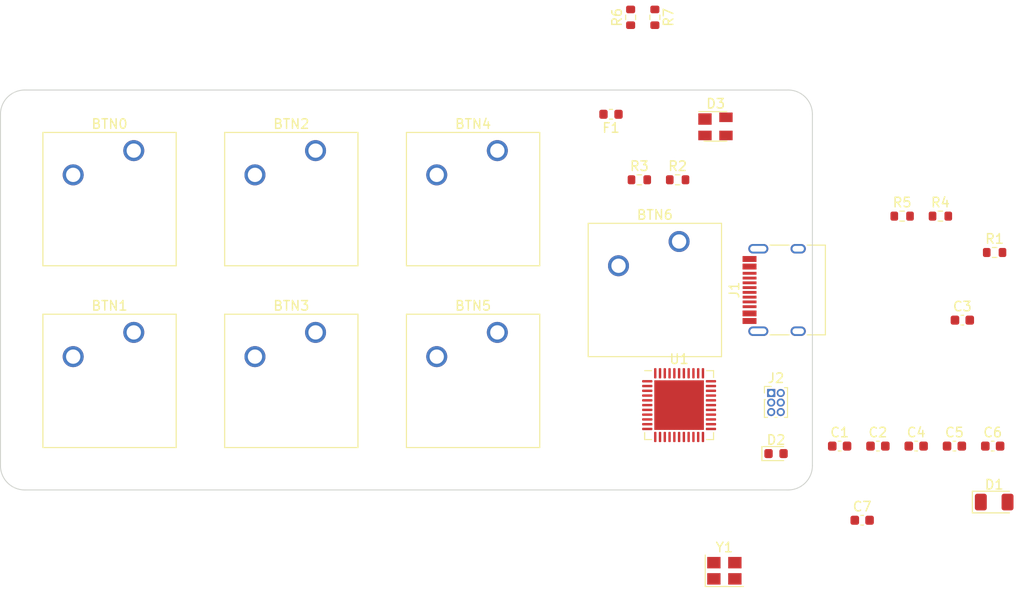
<source format=kicad_pcb>
(kicad_pcb (version 20171130) (host pcbnew 5.1.7-a382d34a8~88~ubuntu20.04.1)

  (general
    (thickness 1.599999)
    (drawings 10)
    (tracks 0)
    (zones 0)
    (modules 29)
    (nets 46)
  )

  (page A4)
  (layers
    (0 F.Cu signal)
    (31 B.Cu signal)
    (32 B.Adhes user)
    (33 F.Adhes user)
    (34 B.Paste user)
    (35 F.Paste user)
    (36 B.SilkS user)
    (37 F.SilkS user)
    (38 B.Mask user)
    (39 F.Mask user)
    (40 Dwgs.User user)
    (41 Cmts.User user)
    (42 Eco1.User user)
    (43 Eco2.User user)
    (44 Edge.Cuts user)
    (45 Margin user)
    (46 B.CrtYd user)
    (47 F.CrtYd user)
    (48 B.Fab user)
    (49 F.Fab user)
  )

  (setup
    (last_trace_width 0.25)
    (trace_clearance 0.2)
    (zone_clearance 0.508)
    (zone_45_only no)
    (trace_min 0.2)
    (via_size 0.8)
    (via_drill 0.4)
    (via_min_size 0.4)
    (via_min_drill 0.3)
    (uvia_size 0.3)
    (uvia_drill 0.1)
    (uvias_allowed no)
    (uvia_min_size 0.2)
    (uvia_min_drill 0.1)
    (edge_width 0.1)
    (segment_width 0.2)
    (pcb_text_width 0.3)
    (pcb_text_size 1.5 1.5)
    (mod_edge_width 0.15)
    (mod_text_size 1 1)
    (mod_text_width 0.15)
    (pad_size 1.524 1.524)
    (pad_drill 0.762)
    (pad_to_mask_clearance 0)
    (aux_axis_origin 0 0)
    (visible_elements FFFFFF7F)
    (pcbplotparams
      (layerselection 0x010fc_ffffffff)
      (usegerberextensions false)
      (usegerberattributes true)
      (usegerberadvancedattributes true)
      (creategerberjobfile true)
      (excludeedgelayer true)
      (linewidth 0.100000)
      (plotframeref false)
      (viasonmask false)
      (mode 1)
      (useauxorigin false)
      (hpglpennumber 1)
      (hpglpenspeed 20)
      (hpglpendiameter 15.000000)
      (psnegative false)
      (psa4output false)
      (plotreference true)
      (plotvalue true)
      (plotinvisibletext false)
      (padsonsilk false)
      (subtractmaskfromsilk false)
      (outputformat 1)
      (mirror false)
      (drillshape 1)
      (scaleselection 1)
      (outputdirectory ""))
  )

  (net 0 "")
  (net 1 BTN0)
  (net 2 UVCC)
  (net 3 BTN1)
  (net 4 BTN2)
  (net 5 BTN3)
  (net 6 BTN4)
  (net 7 BTN5)
  (net 8 BTN6)
  (net 9 GND)
  (net 10 "Net-(C2-Pad2)")
  (net 11 "Net-(C3-Pad2)")
  (net 12 HSE_IN)
  (net 13 HSE_OUT)
  (net 14 RESET)
  (net 15 "Net-(D2-Pad2)")
  (net 16 USB_D+)
  (net 17 USB_D-)
  (net 18 "Net-(F1-Pad2)")
  (net 19 "Net-(FB2-Pad1)")
  (net 20 "Net-(J1-PadB5)")
  (net 21 "Net-(J1-PadA8)")
  (net 22 "Net-(J1-PadA5)")
  (net 23 "Net-(J1-PadB8)")
  (net 24 MISO)
  (net 25 SCK)
  (net 26 MOSI)
  (net 27 "Net-(R2-Pad1)")
  (net 28 "Net-(R3-Pad1)")
  (net 29 "Net-(R4-Pad1)")
  (net 30 "Net-(R5-Pad1)")
  (net 31 "Net-(U1-Pad1)")
  (net 32 SCLK)
  (net 33 "Net-(U1-Pad12)")
  (net 34 "Net-(U1-Pad27)")
  (net 35 "Net-(U1-Pad28)")
  (net 36 "Net-(U1-Pad29)")
  (net 37 "Net-(U1-Pad30)")
  (net 38 "Net-(U1-Pad31)")
  (net 39 "Net-(U1-Pad32)")
  (net 40 "Net-(U1-Pad36)")
  (net 41 "Net-(U1-Pad37)")
  (net 42 "Net-(U1-Pad38)")
  (net 43 "Net-(U1-Pad39)")
  (net 44 "Net-(U1-Pad40)")
  (net 45 "Net-(U1-Pad41)")

  (net_class Default "This is the default net class."
    (clearance 0.2)
    (trace_width 0.25)
    (via_dia 0.8)
    (via_drill 0.4)
    (uvia_dia 0.3)
    (uvia_drill 0.1)
    (add_net BTN0)
    (add_net BTN1)
    (add_net BTN2)
    (add_net BTN3)
    (add_net BTN4)
    (add_net BTN5)
    (add_net BTN6)
    (add_net GND)
    (add_net HSE_IN)
    (add_net HSE_OUT)
    (add_net MISO)
    (add_net MOSI)
    (add_net "Net-(C2-Pad2)")
    (add_net "Net-(C3-Pad2)")
    (add_net "Net-(D2-Pad2)")
    (add_net "Net-(F1-Pad2)")
    (add_net "Net-(FB2-Pad1)")
    (add_net "Net-(J1-PadA5)")
    (add_net "Net-(J1-PadA8)")
    (add_net "Net-(J1-PadB5)")
    (add_net "Net-(J1-PadB8)")
    (add_net "Net-(R2-Pad1)")
    (add_net "Net-(R3-Pad1)")
    (add_net "Net-(R4-Pad1)")
    (add_net "Net-(R5-Pad1)")
    (add_net "Net-(U1-Pad1)")
    (add_net "Net-(U1-Pad12)")
    (add_net "Net-(U1-Pad27)")
    (add_net "Net-(U1-Pad28)")
    (add_net "Net-(U1-Pad29)")
    (add_net "Net-(U1-Pad30)")
    (add_net "Net-(U1-Pad31)")
    (add_net "Net-(U1-Pad32)")
    (add_net "Net-(U1-Pad36)")
    (add_net "Net-(U1-Pad37)")
    (add_net "Net-(U1-Pad38)")
    (add_net "Net-(U1-Pad39)")
    (add_net "Net-(U1-Pad40)")
    (add_net "Net-(U1-Pad41)")
    (add_net RESET)
    (add_net SCK)
    (add_net SCLK)
    (add_net USB_D+)
    (add_net USB_D-)
    (add_net UVCC)
  )

  (module Button_Switch_Keyboard:SW_Cherry_MX_1.00u_PCB locked (layer F.Cu) (tedit 5A02FE24) (tstamp 603C07C8)
    (at 68.58 60.96)
    (descr "Cherry MX keyswitch, 1.00u, PCB mount, http://cherryamericas.com/wp-content/uploads/2014/12/mx_cat.pdf")
    (tags "Cherry MX keyswitch 1.00u PCB")
    (path /603A3B31)
    (fp_text reference BTN0 (at -2.54 -2.794) (layer F.SilkS)
      (effects (font (size 1 1) (thickness 0.15)))
    )
    (fp_text value CherryMX (at -2.54 9.144) (layer F.Fab)
      (effects (font (size 1 1) (thickness 0.15)))
    )
    (fp_line (start -9.525 12.065) (end -9.525 -1.905) (layer F.SilkS) (width 0.12))
    (fp_line (start 4.445 12.065) (end -9.525 12.065) (layer F.SilkS) (width 0.12))
    (fp_line (start 4.445 -1.905) (end 4.445 12.065) (layer F.SilkS) (width 0.12))
    (fp_line (start -9.525 -1.905) (end 4.445 -1.905) (layer F.SilkS) (width 0.12))
    (fp_line (start -12.065 14.605) (end -12.065 -4.445) (layer Dwgs.User) (width 0.15))
    (fp_line (start 6.985 14.605) (end -12.065 14.605) (layer Dwgs.User) (width 0.15))
    (fp_line (start 6.985 -4.445) (end 6.985 14.605) (layer Dwgs.User) (width 0.15))
    (fp_line (start -12.065 -4.445) (end 6.985 -4.445) (layer Dwgs.User) (width 0.15))
    (fp_line (start -9.14 -1.52) (end 4.06 -1.52) (layer F.CrtYd) (width 0.05))
    (fp_line (start 4.06 -1.52) (end 4.06 11.68) (layer F.CrtYd) (width 0.05))
    (fp_line (start 4.06 11.68) (end -9.14 11.68) (layer F.CrtYd) (width 0.05))
    (fp_line (start -9.14 11.68) (end -9.14 -1.52) (layer F.CrtYd) (width 0.05))
    (fp_line (start -8.89 11.43) (end -8.89 -1.27) (layer F.Fab) (width 0.1))
    (fp_line (start 3.81 11.43) (end -8.89 11.43) (layer F.Fab) (width 0.1))
    (fp_line (start 3.81 -1.27) (end 3.81 11.43) (layer F.Fab) (width 0.1))
    (fp_line (start -8.89 -1.27) (end 3.81 -1.27) (layer F.Fab) (width 0.1))
    (fp_text user %R (at -2.54 -2.794) (layer F.Fab)
      (effects (font (size 1 1) (thickness 0.15)))
    )
    (pad 1 thru_hole circle (at 0 0) (size 2.2 2.2) (drill 1.5) (layers *.Cu *.Mask)
      (net 1 BTN0))
    (pad 2 thru_hole circle (at -6.35 2.54) (size 2.2 2.2) (drill 1.5) (layers *.Cu *.Mask)
      (net 2 UVCC))
    (pad "" np_thru_hole circle (at -2.54 5.08) (size 4 4) (drill 4) (layers *.Cu *.Mask))
    (pad "" np_thru_hole circle (at -7.62 5.08) (size 1.7 1.7) (drill 1.7) (layers *.Cu *.Mask))
    (pad "" np_thru_hole circle (at 2.54 5.08) (size 1.7 1.7) (drill 1.7) (layers *.Cu *.Mask))
    (model ${KISYS3DMOD}/Button_Switch_Keyboard.3dshapes/SW_Cherry_MX_1.00u_PCB.wrl
      (at (xyz 0 0 0))
      (scale (xyz 1 1 1))
      (rotate (xyz 0 0 0))
    )
  )

  (module Button_Switch_Keyboard:SW_Cherry_MX_1.00u_PCB locked (layer F.Cu) (tedit 5A02FE24) (tstamp 603C07E2)
    (at 68.58 80.01)
    (descr "Cherry MX keyswitch, 1.00u, PCB mount, http://cherryamericas.com/wp-content/uploads/2014/12/mx_cat.pdf")
    (tags "Cherry MX keyswitch 1.00u PCB")
    (path /60FCB392)
    (fp_text reference BTN1 (at -2.54 -2.794) (layer F.SilkS)
      (effects (font (size 1 1) (thickness 0.15)))
    )
    (fp_text value CherryMX (at -2.54 9.144) (layer F.Fab)
      (effects (font (size 1 1) (thickness 0.15)))
    )
    (fp_text user %R (at -2.54 -2.794) (layer F.Fab)
      (effects (font (size 1 1) (thickness 0.15)))
    )
    (fp_line (start -8.89 -1.27) (end 3.81 -1.27) (layer F.Fab) (width 0.1))
    (fp_line (start 3.81 -1.27) (end 3.81 11.43) (layer F.Fab) (width 0.1))
    (fp_line (start 3.81 11.43) (end -8.89 11.43) (layer F.Fab) (width 0.1))
    (fp_line (start -8.89 11.43) (end -8.89 -1.27) (layer F.Fab) (width 0.1))
    (fp_line (start -9.14 11.68) (end -9.14 -1.52) (layer F.CrtYd) (width 0.05))
    (fp_line (start 4.06 11.68) (end -9.14 11.68) (layer F.CrtYd) (width 0.05))
    (fp_line (start 4.06 -1.52) (end 4.06 11.68) (layer F.CrtYd) (width 0.05))
    (fp_line (start -9.14 -1.52) (end 4.06 -1.52) (layer F.CrtYd) (width 0.05))
    (fp_line (start -12.065 -4.445) (end 6.985 -4.445) (layer Dwgs.User) (width 0.15))
    (fp_line (start 6.985 -4.445) (end 6.985 14.605) (layer Dwgs.User) (width 0.15))
    (fp_line (start 6.985 14.605) (end -12.065 14.605) (layer Dwgs.User) (width 0.15))
    (fp_line (start -12.065 14.605) (end -12.065 -4.445) (layer Dwgs.User) (width 0.15))
    (fp_line (start -9.525 -1.905) (end 4.445 -1.905) (layer F.SilkS) (width 0.12))
    (fp_line (start 4.445 -1.905) (end 4.445 12.065) (layer F.SilkS) (width 0.12))
    (fp_line (start 4.445 12.065) (end -9.525 12.065) (layer F.SilkS) (width 0.12))
    (fp_line (start -9.525 12.065) (end -9.525 -1.905) (layer F.SilkS) (width 0.12))
    (pad "" np_thru_hole circle (at 2.54 5.08) (size 1.7 1.7) (drill 1.7) (layers *.Cu *.Mask))
    (pad "" np_thru_hole circle (at -7.62 5.08) (size 1.7 1.7) (drill 1.7) (layers *.Cu *.Mask))
    (pad "" np_thru_hole circle (at -2.54 5.08) (size 4 4) (drill 4) (layers *.Cu *.Mask))
    (pad 2 thru_hole circle (at -6.35 2.54) (size 2.2 2.2) (drill 1.5) (layers *.Cu *.Mask)
      (net 2 UVCC))
    (pad 1 thru_hole circle (at 0 0) (size 2.2 2.2) (drill 1.5) (layers *.Cu *.Mask)
      (net 3 BTN1))
    (model ${KISYS3DMOD}/Button_Switch_Keyboard.3dshapes/SW_Cherry_MX_1.00u_PCB.wrl
      (at (xyz 0 0 0))
      (scale (xyz 1 1 1))
      (rotate (xyz 0 0 0))
    )
  )

  (module Button_Switch_Keyboard:SW_Cherry_MX_1.00u_PCB locked (layer F.Cu) (tedit 5A02FE24) (tstamp 603C07FC)
    (at 87.63 60.96)
    (descr "Cherry MX keyswitch, 1.00u, PCB mount, http://cherryamericas.com/wp-content/uploads/2014/12/mx_cat.pdf")
    (tags "Cherry MX keyswitch 1.00u PCB")
    (path /60FC02A0)
    (fp_text reference BTN2 (at -2.54 -2.794) (layer F.SilkS)
      (effects (font (size 1 1) (thickness 0.15)))
    )
    (fp_text value CherryMX (at -2.54 9.144) (layer F.Fab)
      (effects (font (size 1 1) (thickness 0.15)))
    )
    (fp_line (start -9.525 12.065) (end -9.525 -1.905) (layer F.SilkS) (width 0.12))
    (fp_line (start 4.445 12.065) (end -9.525 12.065) (layer F.SilkS) (width 0.12))
    (fp_line (start 4.445 -1.905) (end 4.445 12.065) (layer F.SilkS) (width 0.12))
    (fp_line (start -9.525 -1.905) (end 4.445 -1.905) (layer F.SilkS) (width 0.12))
    (fp_line (start -12.065 14.605) (end -12.065 -4.445) (layer Dwgs.User) (width 0.15))
    (fp_line (start 6.985 14.605) (end -12.065 14.605) (layer Dwgs.User) (width 0.15))
    (fp_line (start 6.985 -4.445) (end 6.985 14.605) (layer Dwgs.User) (width 0.15))
    (fp_line (start -12.065 -4.445) (end 6.985 -4.445) (layer Dwgs.User) (width 0.15))
    (fp_line (start -9.14 -1.52) (end 4.06 -1.52) (layer F.CrtYd) (width 0.05))
    (fp_line (start 4.06 -1.52) (end 4.06 11.68) (layer F.CrtYd) (width 0.05))
    (fp_line (start 4.06 11.68) (end -9.14 11.68) (layer F.CrtYd) (width 0.05))
    (fp_line (start -9.14 11.68) (end -9.14 -1.52) (layer F.CrtYd) (width 0.05))
    (fp_line (start -8.89 11.43) (end -8.89 -1.27) (layer F.Fab) (width 0.1))
    (fp_line (start 3.81 11.43) (end -8.89 11.43) (layer F.Fab) (width 0.1))
    (fp_line (start 3.81 -1.27) (end 3.81 11.43) (layer F.Fab) (width 0.1))
    (fp_line (start -8.89 -1.27) (end 3.81 -1.27) (layer F.Fab) (width 0.1))
    (fp_text user %R (at -2.54 -2.794) (layer F.Fab)
      (effects (font (size 1 1) (thickness 0.15)))
    )
    (pad 1 thru_hole circle (at 0 0) (size 2.2 2.2) (drill 1.5) (layers *.Cu *.Mask)
      (net 4 BTN2))
    (pad 2 thru_hole circle (at -6.35 2.54) (size 2.2 2.2) (drill 1.5) (layers *.Cu *.Mask)
      (net 2 UVCC))
    (pad "" np_thru_hole circle (at -2.54 5.08) (size 4 4) (drill 4) (layers *.Cu *.Mask))
    (pad "" np_thru_hole circle (at -7.62 5.08) (size 1.7 1.7) (drill 1.7) (layers *.Cu *.Mask))
    (pad "" np_thru_hole circle (at 2.54 5.08) (size 1.7 1.7) (drill 1.7) (layers *.Cu *.Mask))
    (model ${KISYS3DMOD}/Button_Switch_Keyboard.3dshapes/SW_Cherry_MX_1.00u_PCB.wrl
      (at (xyz 0 0 0))
      (scale (xyz 1 1 1))
      (rotate (xyz 0 0 0))
    )
  )

  (module Button_Switch_Keyboard:SW_Cherry_MX_1.00u_PCB locked (layer F.Cu) (tedit 5A02FE24) (tstamp 603C0816)
    (at 87.63 80.01)
    (descr "Cherry MX keyswitch, 1.00u, PCB mount, http://cherryamericas.com/wp-content/uploads/2014/12/mx_cat.pdf")
    (tags "Cherry MX keyswitch 1.00u PCB")
    (path /60FCE6DE)
    (fp_text reference BTN3 (at -2.54 -2.794) (layer F.SilkS)
      (effects (font (size 1 1) (thickness 0.15)))
    )
    (fp_text value CherryMX (at -2.54 9.144) (layer F.Fab)
      (effects (font (size 1 1) (thickness 0.15)))
    )
    (fp_line (start -9.525 12.065) (end -9.525 -1.905) (layer F.SilkS) (width 0.12))
    (fp_line (start 4.445 12.065) (end -9.525 12.065) (layer F.SilkS) (width 0.12))
    (fp_line (start 4.445 -1.905) (end 4.445 12.065) (layer F.SilkS) (width 0.12))
    (fp_line (start -9.525 -1.905) (end 4.445 -1.905) (layer F.SilkS) (width 0.12))
    (fp_line (start -12.065 14.605) (end -12.065 -4.445) (layer Dwgs.User) (width 0.15))
    (fp_line (start 6.985 14.605) (end -12.065 14.605) (layer Dwgs.User) (width 0.15))
    (fp_line (start 6.985 -4.445) (end 6.985 14.605) (layer Dwgs.User) (width 0.15))
    (fp_line (start -12.065 -4.445) (end 6.985 -4.445) (layer Dwgs.User) (width 0.15))
    (fp_line (start -9.14 -1.52) (end 4.06 -1.52) (layer F.CrtYd) (width 0.05))
    (fp_line (start 4.06 -1.52) (end 4.06 11.68) (layer F.CrtYd) (width 0.05))
    (fp_line (start 4.06 11.68) (end -9.14 11.68) (layer F.CrtYd) (width 0.05))
    (fp_line (start -9.14 11.68) (end -9.14 -1.52) (layer F.CrtYd) (width 0.05))
    (fp_line (start -8.89 11.43) (end -8.89 -1.27) (layer F.Fab) (width 0.1))
    (fp_line (start 3.81 11.43) (end -8.89 11.43) (layer F.Fab) (width 0.1))
    (fp_line (start 3.81 -1.27) (end 3.81 11.43) (layer F.Fab) (width 0.1))
    (fp_line (start -8.89 -1.27) (end 3.81 -1.27) (layer F.Fab) (width 0.1))
    (fp_text user %R (at -2.54 -2.794) (layer F.Fab)
      (effects (font (size 1 1) (thickness 0.15)))
    )
    (pad 1 thru_hole circle (at 0 0) (size 2.2 2.2) (drill 1.5) (layers *.Cu *.Mask)
      (net 5 BTN3))
    (pad 2 thru_hole circle (at -6.35 2.54) (size 2.2 2.2) (drill 1.5) (layers *.Cu *.Mask)
      (net 2 UVCC))
    (pad "" np_thru_hole circle (at -2.54 5.08) (size 4 4) (drill 4) (layers *.Cu *.Mask))
    (pad "" np_thru_hole circle (at -7.62 5.08) (size 1.7 1.7) (drill 1.7) (layers *.Cu *.Mask))
    (pad "" np_thru_hole circle (at 2.54 5.08) (size 1.7 1.7) (drill 1.7) (layers *.Cu *.Mask))
    (model ${KISYS3DMOD}/Button_Switch_Keyboard.3dshapes/SW_Cherry_MX_1.00u_PCB.wrl
      (at (xyz 0 0 0))
      (scale (xyz 1 1 1))
      (rotate (xyz 0 0 0))
    )
  )

  (module Button_Switch_Keyboard:SW_Cherry_MX_1.00u_PCB locked (layer F.Cu) (tedit 5A02FE24) (tstamp 603C0830)
    (at 106.68 60.96)
    (descr "Cherry MX keyswitch, 1.00u, PCB mount, http://cherryamericas.com/wp-content/uploads/2014/12/mx_cat.pdf")
    (tags "Cherry MX keyswitch 1.00u PCB")
    (path /60FC3748)
    (fp_text reference BTN4 (at -2.54 -2.794) (layer F.SilkS)
      (effects (font (size 1 1) (thickness 0.15)))
    )
    (fp_text value CherryMX (at -2.54 9.144) (layer F.Fab)
      (effects (font (size 1 1) (thickness 0.15)))
    )
    (fp_text user %R (at -2.54 -2.794) (layer F.Fab)
      (effects (font (size 1 1) (thickness 0.15)))
    )
    (fp_line (start -8.89 -1.27) (end 3.81 -1.27) (layer F.Fab) (width 0.1))
    (fp_line (start 3.81 -1.27) (end 3.81 11.43) (layer F.Fab) (width 0.1))
    (fp_line (start 3.81 11.43) (end -8.89 11.43) (layer F.Fab) (width 0.1))
    (fp_line (start -8.89 11.43) (end -8.89 -1.27) (layer F.Fab) (width 0.1))
    (fp_line (start -9.14 11.68) (end -9.14 -1.52) (layer F.CrtYd) (width 0.05))
    (fp_line (start 4.06 11.68) (end -9.14 11.68) (layer F.CrtYd) (width 0.05))
    (fp_line (start 4.06 -1.52) (end 4.06 11.68) (layer F.CrtYd) (width 0.05))
    (fp_line (start -9.14 -1.52) (end 4.06 -1.52) (layer F.CrtYd) (width 0.05))
    (fp_line (start -12.065 -4.445) (end 6.985 -4.445) (layer Dwgs.User) (width 0.15))
    (fp_line (start 6.985 -4.445) (end 6.985 14.605) (layer Dwgs.User) (width 0.15))
    (fp_line (start 6.985 14.605) (end -12.065 14.605) (layer Dwgs.User) (width 0.15))
    (fp_line (start -12.065 14.605) (end -12.065 -4.445) (layer Dwgs.User) (width 0.15))
    (fp_line (start -9.525 -1.905) (end 4.445 -1.905) (layer F.SilkS) (width 0.12))
    (fp_line (start 4.445 -1.905) (end 4.445 12.065) (layer F.SilkS) (width 0.12))
    (fp_line (start 4.445 12.065) (end -9.525 12.065) (layer F.SilkS) (width 0.12))
    (fp_line (start -9.525 12.065) (end -9.525 -1.905) (layer F.SilkS) (width 0.12))
    (pad "" np_thru_hole circle (at 2.54 5.08) (size 1.7 1.7) (drill 1.7) (layers *.Cu *.Mask))
    (pad "" np_thru_hole circle (at -7.62 5.08) (size 1.7 1.7) (drill 1.7) (layers *.Cu *.Mask))
    (pad "" np_thru_hole circle (at -2.54 5.08) (size 4 4) (drill 4) (layers *.Cu *.Mask))
    (pad 2 thru_hole circle (at -6.35 2.54) (size 2.2 2.2) (drill 1.5) (layers *.Cu *.Mask)
      (net 2 UVCC))
    (pad 1 thru_hole circle (at 0 0) (size 2.2 2.2) (drill 1.5) (layers *.Cu *.Mask)
      (net 6 BTN4))
    (model ${KISYS3DMOD}/Button_Switch_Keyboard.3dshapes/SW_Cherry_MX_1.00u_PCB.wrl
      (at (xyz 0 0 0))
      (scale (xyz 1 1 1))
      (rotate (xyz 0 0 0))
    )
  )

  (module Button_Switch_Keyboard:SW_Cherry_MX_1.00u_PCB locked (layer F.Cu) (tedit 5A02FE24) (tstamp 603C084A)
    (at 106.68 80.01)
    (descr "Cherry MX keyswitch, 1.00u, PCB mount, http://cherryamericas.com/wp-content/uploads/2014/12/mx_cat.pdf")
    (tags "Cherry MX keyswitch 1.00u PCB")
    (path /60FD1B9E)
    (fp_text reference BTN5 (at -2.54 -2.794) (layer F.SilkS)
      (effects (font (size 1 1) (thickness 0.15)))
    )
    (fp_text value CherryMX (at -2.54 9.144) (layer F.Fab)
      (effects (font (size 1 1) (thickness 0.15)))
    )
    (fp_text user %R (at -2.54 -2.794) (layer F.Fab)
      (effects (font (size 1 1) (thickness 0.15)))
    )
    (fp_line (start -8.89 -1.27) (end 3.81 -1.27) (layer F.Fab) (width 0.1))
    (fp_line (start 3.81 -1.27) (end 3.81 11.43) (layer F.Fab) (width 0.1))
    (fp_line (start 3.81 11.43) (end -8.89 11.43) (layer F.Fab) (width 0.1))
    (fp_line (start -8.89 11.43) (end -8.89 -1.27) (layer F.Fab) (width 0.1))
    (fp_line (start -9.14 11.68) (end -9.14 -1.52) (layer F.CrtYd) (width 0.05))
    (fp_line (start 4.06 11.68) (end -9.14 11.68) (layer F.CrtYd) (width 0.05))
    (fp_line (start 4.06 -1.52) (end 4.06 11.68) (layer F.CrtYd) (width 0.05))
    (fp_line (start -9.14 -1.52) (end 4.06 -1.52) (layer F.CrtYd) (width 0.05))
    (fp_line (start -12.065 -4.445) (end 6.985 -4.445) (layer Dwgs.User) (width 0.15))
    (fp_line (start 6.985 -4.445) (end 6.985 14.605) (layer Dwgs.User) (width 0.15))
    (fp_line (start 6.985 14.605) (end -12.065 14.605) (layer Dwgs.User) (width 0.15))
    (fp_line (start -12.065 14.605) (end -12.065 -4.445) (layer Dwgs.User) (width 0.15))
    (fp_line (start -9.525 -1.905) (end 4.445 -1.905) (layer F.SilkS) (width 0.12))
    (fp_line (start 4.445 -1.905) (end 4.445 12.065) (layer F.SilkS) (width 0.12))
    (fp_line (start 4.445 12.065) (end -9.525 12.065) (layer F.SilkS) (width 0.12))
    (fp_line (start -9.525 12.065) (end -9.525 -1.905) (layer F.SilkS) (width 0.12))
    (pad "" np_thru_hole circle (at 2.54 5.08) (size 1.7 1.7) (drill 1.7) (layers *.Cu *.Mask))
    (pad "" np_thru_hole circle (at -7.62 5.08) (size 1.7 1.7) (drill 1.7) (layers *.Cu *.Mask))
    (pad "" np_thru_hole circle (at -2.54 5.08) (size 4 4) (drill 4) (layers *.Cu *.Mask))
    (pad 2 thru_hole circle (at -6.35 2.54) (size 2.2 2.2) (drill 1.5) (layers *.Cu *.Mask)
      (net 2 UVCC))
    (pad 1 thru_hole circle (at 0 0) (size 2.2 2.2) (drill 1.5) (layers *.Cu *.Mask)
      (net 7 BTN5))
    (model ${KISYS3DMOD}/Button_Switch_Keyboard.3dshapes/SW_Cherry_MX_1.00u_PCB.wrl
      (at (xyz 0 0 0))
      (scale (xyz 1 1 1))
      (rotate (xyz 0 0 0))
    )
  )

  (module Button_Switch_Keyboard:SW_Cherry_MX_1.00u_PCB locked (layer F.Cu) (tedit 5A02FE24) (tstamp 603C0864)
    (at 125.73 70.485)
    (descr "Cherry MX keyswitch, 1.00u, PCB mount, http://cherryamericas.com/wp-content/uploads/2014/12/mx_cat.pdf")
    (tags "Cherry MX keyswitch 1.00u PCB")
    (path /60FC682C)
    (fp_text reference BTN6 (at -2.54 -2.794) (layer F.SilkS)
      (effects (font (size 1 1) (thickness 0.15)))
    )
    (fp_text value CherryMX (at -2.54 12.954) (layer F.Fab)
      (effects (font (size 1 1) (thickness 0.15)))
    )
    (fp_line (start -9.525 12.065) (end -9.525 -1.905) (layer F.SilkS) (width 0.12))
    (fp_line (start 4.445 12.065) (end -9.525 12.065) (layer F.SilkS) (width 0.12))
    (fp_line (start 4.445 -1.905) (end 4.445 12.065) (layer F.SilkS) (width 0.12))
    (fp_line (start -9.525 -1.905) (end 4.445 -1.905) (layer F.SilkS) (width 0.12))
    (fp_line (start -12.065 14.605) (end -12.065 -4.445) (layer Dwgs.User) (width 0.15))
    (fp_line (start 6.985 14.605) (end -12.065 14.605) (layer Dwgs.User) (width 0.15))
    (fp_line (start 6.985 -4.445) (end 6.985 14.605) (layer Dwgs.User) (width 0.15))
    (fp_line (start -12.065 -4.445) (end 6.985 -4.445) (layer Dwgs.User) (width 0.15))
    (fp_line (start -9.14 -1.52) (end 4.06 -1.52) (layer F.CrtYd) (width 0.05))
    (fp_line (start 4.06 -1.52) (end 4.06 11.68) (layer F.CrtYd) (width 0.05))
    (fp_line (start 4.06 11.68) (end -9.14 11.68) (layer F.CrtYd) (width 0.05))
    (fp_line (start -9.14 11.68) (end -9.14 -1.52) (layer F.CrtYd) (width 0.05))
    (fp_line (start -8.89 11.43) (end -8.89 -1.27) (layer F.Fab) (width 0.1))
    (fp_line (start 3.81 11.43) (end -8.89 11.43) (layer F.Fab) (width 0.1))
    (fp_line (start 3.81 -1.27) (end 3.81 11.43) (layer F.Fab) (width 0.1))
    (fp_line (start -8.89 -1.27) (end 3.81 -1.27) (layer F.Fab) (width 0.1))
    (fp_text user %R (at -2.54 -2.794) (layer F.Fab)
      (effects (font (size 1 1) (thickness 0.15)))
    )
    (pad 1 thru_hole circle (at 0 0) (size 2.2 2.2) (drill 1.5) (layers *.Cu *.Mask)
      (net 8 BTN6))
    (pad 2 thru_hole circle (at -6.35 2.54) (size 2.2 2.2) (drill 1.5) (layers *.Cu *.Mask)
      (net 2 UVCC))
    (pad "" np_thru_hole circle (at -2.54 5.08) (size 4 4) (drill 4) (layers *.Cu *.Mask))
    (pad "" np_thru_hole circle (at -7.62 5.08) (size 1.7 1.7) (drill 1.7) (layers *.Cu *.Mask))
    (pad "" np_thru_hole circle (at 2.54 5.08) (size 1.7 1.7) (drill 1.7) (layers *.Cu *.Mask))
    (model ${KISYS3DMOD}/Button_Switch_Keyboard.3dshapes/SW_Cherry_MX_1.00u_PCB.wrl
      (at (xyz 0 0 0))
      (scale (xyz 1 1 1))
      (rotate (xyz 0 0 0))
    )
  )

  (module Capacitor_SMD:C_0603_1608Metric (layer F.Cu) (tedit 5F68FEEE) (tstamp 603C0875)
    (at 142.555001 91.925001)
    (descr "Capacitor SMD 0603 (1608 Metric), square (rectangular) end terminal, IPC_7351 nominal, (Body size source: IPC-SM-782 page 76, https://www.pcb-3d.com/wordpress/wp-content/uploads/ipc-sm-782a_amendment_1_and_2.pdf), generated with kicad-footprint-generator")
    (tags capacitor)
    (path /6042C452)
    (attr smd)
    (fp_text reference C1 (at 0 -1.43) (layer F.SilkS)
      (effects (font (size 1 1) (thickness 0.15)))
    )
    (fp_text value 10uF (at 0 1.43) (layer F.Fab)
      (effects (font (size 1 1) (thickness 0.15)))
    )
    (fp_line (start 1.48 0.73) (end -1.48 0.73) (layer F.CrtYd) (width 0.05))
    (fp_line (start 1.48 -0.73) (end 1.48 0.73) (layer F.CrtYd) (width 0.05))
    (fp_line (start -1.48 -0.73) (end 1.48 -0.73) (layer F.CrtYd) (width 0.05))
    (fp_line (start -1.48 0.73) (end -1.48 -0.73) (layer F.CrtYd) (width 0.05))
    (fp_line (start -0.14058 0.51) (end 0.14058 0.51) (layer F.SilkS) (width 0.12))
    (fp_line (start -0.14058 -0.51) (end 0.14058 -0.51) (layer F.SilkS) (width 0.12))
    (fp_line (start 0.8 0.4) (end -0.8 0.4) (layer F.Fab) (width 0.1))
    (fp_line (start 0.8 -0.4) (end 0.8 0.4) (layer F.Fab) (width 0.1))
    (fp_line (start -0.8 -0.4) (end 0.8 -0.4) (layer F.Fab) (width 0.1))
    (fp_line (start -0.8 0.4) (end -0.8 -0.4) (layer F.Fab) (width 0.1))
    (fp_text user %R (at 0 0) (layer F.Fab)
      (effects (font (size 0.4 0.4) (thickness 0.06)))
    )
    (pad 1 smd roundrect (at -0.775 0) (size 0.9 0.95) (layers F.Cu F.Paste F.Mask) (roundrect_rratio 0.25)
      (net 9 GND))
    (pad 2 smd roundrect (at 0.775 0) (size 0.9 0.95) (layers F.Cu F.Paste F.Mask) (roundrect_rratio 0.25)
      (net 2 UVCC))
    (model ${KISYS3DMOD}/Capacitor_SMD.3dshapes/C_0603_1608Metric.wrl
      (at (xyz 0 0 0))
      (scale (xyz 1 1 1))
      (rotate (xyz 0 0 0))
    )
  )

  (module Capacitor_SMD:C_0603_1608Metric (layer F.Cu) (tedit 5F68FEEE) (tstamp 603C0886)
    (at 146.565001 91.925001)
    (descr "Capacitor SMD 0603 (1608 Metric), square (rectangular) end terminal, IPC_7351 nominal, (Body size source: IPC-SM-782 page 76, https://www.pcb-3d.com/wordpress/wp-content/uploads/ipc-sm-782a_amendment_1_and_2.pdf), generated with kicad-footprint-generator")
    (tags capacitor)
    (path /60762EBA)
    (attr smd)
    (fp_text reference C2 (at 0 -1.43) (layer F.SilkS)
      (effects (font (size 1 1) (thickness 0.15)))
    )
    (fp_text value 100nf (at 0 1.43) (layer F.Fab)
      (effects (font (size 1 1) (thickness 0.15)))
    )
    (fp_text user %R (at 0 0) (layer F.Fab)
      (effects (font (size 0.4 0.4) (thickness 0.06)))
    )
    (fp_line (start -0.8 0.4) (end -0.8 -0.4) (layer F.Fab) (width 0.1))
    (fp_line (start -0.8 -0.4) (end 0.8 -0.4) (layer F.Fab) (width 0.1))
    (fp_line (start 0.8 -0.4) (end 0.8 0.4) (layer F.Fab) (width 0.1))
    (fp_line (start 0.8 0.4) (end -0.8 0.4) (layer F.Fab) (width 0.1))
    (fp_line (start -0.14058 -0.51) (end 0.14058 -0.51) (layer F.SilkS) (width 0.12))
    (fp_line (start -0.14058 0.51) (end 0.14058 0.51) (layer F.SilkS) (width 0.12))
    (fp_line (start -1.48 0.73) (end -1.48 -0.73) (layer F.CrtYd) (width 0.05))
    (fp_line (start -1.48 -0.73) (end 1.48 -0.73) (layer F.CrtYd) (width 0.05))
    (fp_line (start 1.48 -0.73) (end 1.48 0.73) (layer F.CrtYd) (width 0.05))
    (fp_line (start 1.48 0.73) (end -1.48 0.73) (layer F.CrtYd) (width 0.05))
    (pad 2 smd roundrect (at 0.775 0) (size 0.9 0.95) (layers F.Cu F.Paste F.Mask) (roundrect_rratio 0.25)
      (net 10 "Net-(C2-Pad2)"))
    (pad 1 smd roundrect (at -0.775 0) (size 0.9 0.95) (layers F.Cu F.Paste F.Mask) (roundrect_rratio 0.25)
      (net 9 GND))
    (model ${KISYS3DMOD}/Capacitor_SMD.3dshapes/C_0603_1608Metric.wrl
      (at (xyz 0 0 0))
      (scale (xyz 1 1 1))
      (rotate (xyz 0 0 0))
    )
  )

  (module Capacitor_SMD:C_0603_1608Metric (layer F.Cu) (tedit 5F68FEEE) (tstamp 603C0897)
    (at 155.415001 78.725001)
    (descr "Capacitor SMD 0603 (1608 Metric), square (rectangular) end terminal, IPC_7351 nominal, (Body size source: IPC-SM-782 page 76, https://www.pcb-3d.com/wordpress/wp-content/uploads/ipc-sm-782a_amendment_1_and_2.pdf), generated with kicad-footprint-generator")
    (tags capacitor)
    (path /6076437B)
    (attr smd)
    (fp_text reference C3 (at 0 -1.43) (layer F.SilkS)
      (effects (font (size 1 1) (thickness 0.15)))
    )
    (fp_text value 1uF (at 0 1.43) (layer F.Fab)
      (effects (font (size 1 1) (thickness 0.15)))
    )
    (fp_text user %R (at 0 0) (layer F.Fab)
      (effects (font (size 0.4 0.4) (thickness 0.06)))
    )
    (fp_line (start -0.8 0.4) (end -0.8 -0.4) (layer F.Fab) (width 0.1))
    (fp_line (start -0.8 -0.4) (end 0.8 -0.4) (layer F.Fab) (width 0.1))
    (fp_line (start 0.8 -0.4) (end 0.8 0.4) (layer F.Fab) (width 0.1))
    (fp_line (start 0.8 0.4) (end -0.8 0.4) (layer F.Fab) (width 0.1))
    (fp_line (start -0.14058 -0.51) (end 0.14058 -0.51) (layer F.SilkS) (width 0.12))
    (fp_line (start -0.14058 0.51) (end 0.14058 0.51) (layer F.SilkS) (width 0.12))
    (fp_line (start -1.48 0.73) (end -1.48 -0.73) (layer F.CrtYd) (width 0.05))
    (fp_line (start -1.48 -0.73) (end 1.48 -0.73) (layer F.CrtYd) (width 0.05))
    (fp_line (start 1.48 -0.73) (end 1.48 0.73) (layer F.CrtYd) (width 0.05))
    (fp_line (start 1.48 0.73) (end -1.48 0.73) (layer F.CrtYd) (width 0.05))
    (pad 2 smd roundrect (at 0.775 0) (size 0.9 0.95) (layers F.Cu F.Paste F.Mask) (roundrect_rratio 0.25)
      (net 11 "Net-(C3-Pad2)"))
    (pad 1 smd roundrect (at -0.775 0) (size 0.9 0.95) (layers F.Cu F.Paste F.Mask) (roundrect_rratio 0.25)
      (net 9 GND))
    (model ${KISYS3DMOD}/Capacitor_SMD.3dshapes/C_0603_1608Metric.wrl
      (at (xyz 0 0 0))
      (scale (xyz 1 1 1))
      (rotate (xyz 0 0 0))
    )
  )

  (module Capacitor_SMD:C_0603_1608Metric (layer F.Cu) (tedit 5F68FEEE) (tstamp 603C08A8)
    (at 150.575001 91.925001)
    (descr "Capacitor SMD 0603 (1608 Metric), square (rectangular) end terminal, IPC_7351 nominal, (Body size source: IPC-SM-782 page 76, https://www.pcb-3d.com/wordpress/wp-content/uploads/ipc-sm-782a_amendment_1_and_2.pdf), generated with kicad-footprint-generator")
    (tags capacitor)
    (path /60756ECC)
    (attr smd)
    (fp_text reference C4 (at 0 -1.43) (layer F.SilkS)
      (effects (font (size 1 1) (thickness 0.15)))
    )
    (fp_text value 0.1uF (at 0 1.43) (layer F.Fab)
      (effects (font (size 1 1) (thickness 0.15)))
    )
    (fp_text user %R (at 0 0) (layer F.Fab)
      (effects (font (size 0.4 0.4) (thickness 0.06)))
    )
    (fp_line (start -0.8 0.4) (end -0.8 -0.4) (layer F.Fab) (width 0.1))
    (fp_line (start -0.8 -0.4) (end 0.8 -0.4) (layer F.Fab) (width 0.1))
    (fp_line (start 0.8 -0.4) (end 0.8 0.4) (layer F.Fab) (width 0.1))
    (fp_line (start 0.8 0.4) (end -0.8 0.4) (layer F.Fab) (width 0.1))
    (fp_line (start -0.14058 -0.51) (end 0.14058 -0.51) (layer F.SilkS) (width 0.12))
    (fp_line (start -0.14058 0.51) (end 0.14058 0.51) (layer F.SilkS) (width 0.12))
    (fp_line (start -1.48 0.73) (end -1.48 -0.73) (layer F.CrtYd) (width 0.05))
    (fp_line (start -1.48 -0.73) (end 1.48 -0.73) (layer F.CrtYd) (width 0.05))
    (fp_line (start 1.48 -0.73) (end 1.48 0.73) (layer F.CrtYd) (width 0.05))
    (fp_line (start 1.48 0.73) (end -1.48 0.73) (layer F.CrtYd) (width 0.05))
    (pad 2 smd roundrect (at 0.775 0) (size 0.9 0.95) (layers F.Cu F.Paste F.Mask) (roundrect_rratio 0.25)
      (net 9 GND))
    (pad 1 smd roundrect (at -0.775 0) (size 0.9 0.95) (layers F.Cu F.Paste F.Mask) (roundrect_rratio 0.25)
      (net 2 UVCC))
    (model ${KISYS3DMOD}/Capacitor_SMD.3dshapes/C_0603_1608Metric.wrl
      (at (xyz 0 0 0))
      (scale (xyz 1 1 1))
      (rotate (xyz 0 0 0))
    )
  )

  (module Capacitor_SMD:C_0603_1608Metric (layer F.Cu) (tedit 5F68FEEE) (tstamp 603C08B9)
    (at 154.585001 91.925001)
    (descr "Capacitor SMD 0603 (1608 Metric), square (rectangular) end terminal, IPC_7351 nominal, (Body size source: IPC-SM-782 page 76, https://www.pcb-3d.com/wordpress/wp-content/uploads/ipc-sm-782a_amendment_1_and_2.pdf), generated with kicad-footprint-generator")
    (tags capacitor)
    (path /6094EEBE)
    (attr smd)
    (fp_text reference C5 (at 0 -1.43) (layer F.SilkS)
      (effects (font (size 1 1) (thickness 0.15)))
    )
    (fp_text value 0.1uF (at 0 1.43) (layer F.Fab)
      (effects (font (size 1 1) (thickness 0.15)))
    )
    (fp_line (start 1.48 0.73) (end -1.48 0.73) (layer F.CrtYd) (width 0.05))
    (fp_line (start 1.48 -0.73) (end 1.48 0.73) (layer F.CrtYd) (width 0.05))
    (fp_line (start -1.48 -0.73) (end 1.48 -0.73) (layer F.CrtYd) (width 0.05))
    (fp_line (start -1.48 0.73) (end -1.48 -0.73) (layer F.CrtYd) (width 0.05))
    (fp_line (start -0.14058 0.51) (end 0.14058 0.51) (layer F.SilkS) (width 0.12))
    (fp_line (start -0.14058 -0.51) (end 0.14058 -0.51) (layer F.SilkS) (width 0.12))
    (fp_line (start 0.8 0.4) (end -0.8 0.4) (layer F.Fab) (width 0.1))
    (fp_line (start 0.8 -0.4) (end 0.8 0.4) (layer F.Fab) (width 0.1))
    (fp_line (start -0.8 -0.4) (end 0.8 -0.4) (layer F.Fab) (width 0.1))
    (fp_line (start -0.8 0.4) (end -0.8 -0.4) (layer F.Fab) (width 0.1))
    (fp_text user %R (at 0 0) (layer F.Fab)
      (effects (font (size 0.4 0.4) (thickness 0.06)))
    )
    (pad 1 smd roundrect (at -0.775 0) (size 0.9 0.95) (layers F.Cu F.Paste F.Mask) (roundrect_rratio 0.25)
      (net 2 UVCC))
    (pad 2 smd roundrect (at 0.775 0) (size 0.9 0.95) (layers F.Cu F.Paste F.Mask) (roundrect_rratio 0.25)
      (net 9 GND))
    (model ${KISYS3DMOD}/Capacitor_SMD.3dshapes/C_0603_1608Metric.wrl
      (at (xyz 0 0 0))
      (scale (xyz 1 1 1))
      (rotate (xyz 0 0 0))
    )
  )

  (module Capacitor_SMD:C_0603_1608Metric (layer F.Cu) (tedit 5F68FEEE) (tstamp 603C08CA)
    (at 158.595001 91.925001)
    (descr "Capacitor SMD 0603 (1608 Metric), square (rectangular) end terminal, IPC_7351 nominal, (Body size source: IPC-SM-782 page 76, https://www.pcb-3d.com/wordpress/wp-content/uploads/ipc-sm-782a_amendment_1_and_2.pdf), generated with kicad-footprint-generator")
    (tags capacitor)
    (path /60406EC3)
    (attr smd)
    (fp_text reference C6 (at 0 -1.43) (layer F.SilkS)
      (effects (font (size 1 1) (thickness 0.15)))
    )
    (fp_text value 22pF (at 0 1.43) (layer F.Fab)
      (effects (font (size 1 1) (thickness 0.15)))
    )
    (fp_line (start 1.48 0.73) (end -1.48 0.73) (layer F.CrtYd) (width 0.05))
    (fp_line (start 1.48 -0.73) (end 1.48 0.73) (layer F.CrtYd) (width 0.05))
    (fp_line (start -1.48 -0.73) (end 1.48 -0.73) (layer F.CrtYd) (width 0.05))
    (fp_line (start -1.48 0.73) (end -1.48 -0.73) (layer F.CrtYd) (width 0.05))
    (fp_line (start -0.14058 0.51) (end 0.14058 0.51) (layer F.SilkS) (width 0.12))
    (fp_line (start -0.14058 -0.51) (end 0.14058 -0.51) (layer F.SilkS) (width 0.12))
    (fp_line (start 0.8 0.4) (end -0.8 0.4) (layer F.Fab) (width 0.1))
    (fp_line (start 0.8 -0.4) (end 0.8 0.4) (layer F.Fab) (width 0.1))
    (fp_line (start -0.8 -0.4) (end 0.8 -0.4) (layer F.Fab) (width 0.1))
    (fp_line (start -0.8 0.4) (end -0.8 -0.4) (layer F.Fab) (width 0.1))
    (fp_text user %R (at 0 0) (layer F.Fab)
      (effects (font (size 0.4 0.4) (thickness 0.06)))
    )
    (pad 1 smd roundrect (at -0.775 0) (size 0.9 0.95) (layers F.Cu F.Paste F.Mask) (roundrect_rratio 0.25)
      (net 9 GND))
    (pad 2 smd roundrect (at 0.775 0) (size 0.9 0.95) (layers F.Cu F.Paste F.Mask) (roundrect_rratio 0.25)
      (net 12 HSE_IN))
    (model ${KISYS3DMOD}/Capacitor_SMD.3dshapes/C_0603_1608Metric.wrl
      (at (xyz 0 0 0))
      (scale (xyz 1 1 1))
      (rotate (xyz 0 0 0))
    )
  )

  (module Capacitor_SMD:C_0603_1608Metric (layer F.Cu) (tedit 5F68FEEE) (tstamp 603C08DB)
    (at 144.915001 99.695001)
    (descr "Capacitor SMD 0603 (1608 Metric), square (rectangular) end terminal, IPC_7351 nominal, (Body size source: IPC-SM-782 page 76, https://www.pcb-3d.com/wordpress/wp-content/uploads/ipc-sm-782a_amendment_1_and_2.pdf), generated with kicad-footprint-generator")
    (tags capacitor)
    (path /60405713)
    (attr smd)
    (fp_text reference C7 (at 0 -1.43) (layer F.SilkS)
      (effects (font (size 1 1) (thickness 0.15)))
    )
    (fp_text value 22pF (at 0 1.43) (layer F.Fab)
      (effects (font (size 1 1) (thickness 0.15)))
    )
    (fp_line (start 1.48 0.73) (end -1.48 0.73) (layer F.CrtYd) (width 0.05))
    (fp_line (start 1.48 -0.73) (end 1.48 0.73) (layer F.CrtYd) (width 0.05))
    (fp_line (start -1.48 -0.73) (end 1.48 -0.73) (layer F.CrtYd) (width 0.05))
    (fp_line (start -1.48 0.73) (end -1.48 -0.73) (layer F.CrtYd) (width 0.05))
    (fp_line (start -0.14058 0.51) (end 0.14058 0.51) (layer F.SilkS) (width 0.12))
    (fp_line (start -0.14058 -0.51) (end 0.14058 -0.51) (layer F.SilkS) (width 0.12))
    (fp_line (start 0.8 0.4) (end -0.8 0.4) (layer F.Fab) (width 0.1))
    (fp_line (start 0.8 -0.4) (end 0.8 0.4) (layer F.Fab) (width 0.1))
    (fp_line (start -0.8 -0.4) (end 0.8 -0.4) (layer F.Fab) (width 0.1))
    (fp_line (start -0.8 0.4) (end -0.8 -0.4) (layer F.Fab) (width 0.1))
    (fp_text user %R (at 0 0) (layer F.Fab)
      (effects (font (size 0.4 0.4) (thickness 0.06)))
    )
    (pad 1 smd roundrect (at -0.775 0) (size 0.9 0.95) (layers F.Cu F.Paste F.Mask) (roundrect_rratio 0.25)
      (net 9 GND))
    (pad 2 smd roundrect (at 0.775 0) (size 0.9 0.95) (layers F.Cu F.Paste F.Mask) (roundrect_rratio 0.25)
      (net 13 HSE_OUT))
    (model ${KISYS3DMOD}/Capacitor_SMD.3dshapes/C_0603_1608Metric.wrl
      (at (xyz 0 0 0))
      (scale (xyz 1 1 1))
      (rotate (xyz 0 0 0))
    )
  )

  (module Diode_SMD:D_1206_3216Metric (layer F.Cu) (tedit 5F68FEF0) (tstamp 603C08EE)
    (at 158.75 97.79)
    (descr "Diode SMD 1206 (3216 Metric), square (rectangular) end terminal, IPC_7351 nominal, (Body size source: http://www.tortai-tech.com/upload/download/2011102023233369053.pdf), generated with kicad-footprint-generator")
    (tags diode)
    (path /60C11EEC)
    (attr smd)
    (fp_text reference D1 (at 0 -1.82) (layer F.SilkS)
      (effects (font (size 1 1) (thickness 0.15)))
    )
    (fp_text value D_Small (at 0 1.82) (layer F.Fab)
      (effects (font (size 1 1) (thickness 0.15)))
    )
    (fp_text user %R (at 0 0) (layer F.Fab)
      (effects (font (size 0.8 0.8) (thickness 0.12)))
    )
    (fp_line (start 1.6 -0.8) (end -1.2 -0.8) (layer F.Fab) (width 0.1))
    (fp_line (start -1.2 -0.8) (end -1.6 -0.4) (layer F.Fab) (width 0.1))
    (fp_line (start -1.6 -0.4) (end -1.6 0.8) (layer F.Fab) (width 0.1))
    (fp_line (start -1.6 0.8) (end 1.6 0.8) (layer F.Fab) (width 0.1))
    (fp_line (start 1.6 0.8) (end 1.6 -0.8) (layer F.Fab) (width 0.1))
    (fp_line (start 1.6 -1.135) (end -2.285 -1.135) (layer F.SilkS) (width 0.12))
    (fp_line (start -2.285 -1.135) (end -2.285 1.135) (layer F.SilkS) (width 0.12))
    (fp_line (start -2.285 1.135) (end 1.6 1.135) (layer F.SilkS) (width 0.12))
    (fp_line (start -2.28 1.12) (end -2.28 -1.12) (layer F.CrtYd) (width 0.05))
    (fp_line (start -2.28 -1.12) (end 2.28 -1.12) (layer F.CrtYd) (width 0.05))
    (fp_line (start 2.28 -1.12) (end 2.28 1.12) (layer F.CrtYd) (width 0.05))
    (fp_line (start 2.28 1.12) (end -2.28 1.12) (layer F.CrtYd) (width 0.05))
    (pad 2 smd roundrect (at 1.4 0) (size 1.25 1.75) (layers F.Cu F.Paste F.Mask) (roundrect_rratio 0.2)
      (net 14 RESET))
    (pad 1 smd roundrect (at -1.4 0) (size 1.25 1.75) (layers F.Cu F.Paste F.Mask) (roundrect_rratio 0.2)
      (net 2 UVCC))
    (model ${KISYS3DMOD}/Diode_SMD.3dshapes/D_1206_3216Metric.wrl
      (at (xyz 0 0 0))
      (scale (xyz 1 1 1))
      (rotate (xyz 0 0 0))
    )
  )

  (module LED_SMD:LED_0603_1608Metric (layer F.Cu) (tedit 5F68FEF1) (tstamp 603C0901)
    (at 135.89 92.71)
    (descr "LED SMD 0603 (1608 Metric), square (rectangular) end terminal, IPC_7351 nominal, (Body size source: http://www.tortai-tech.com/upload/download/2011102023233369053.pdf), generated with kicad-footprint-generator")
    (tags LED)
    (path /60B4347A)
    (attr smd)
    (fp_text reference D2 (at 0 -1.43) (layer F.SilkS)
      (effects (font (size 1 1) (thickness 0.15)))
    )
    (fp_text value RED (at 0 1.43) (layer F.Fab)
      (effects (font (size 1 1) (thickness 0.15)))
    )
    (fp_line (start 1.48 0.73) (end -1.48 0.73) (layer F.CrtYd) (width 0.05))
    (fp_line (start 1.48 -0.73) (end 1.48 0.73) (layer F.CrtYd) (width 0.05))
    (fp_line (start -1.48 -0.73) (end 1.48 -0.73) (layer F.CrtYd) (width 0.05))
    (fp_line (start -1.48 0.73) (end -1.48 -0.73) (layer F.CrtYd) (width 0.05))
    (fp_line (start -1.485 0.735) (end 0.8 0.735) (layer F.SilkS) (width 0.12))
    (fp_line (start -1.485 -0.735) (end -1.485 0.735) (layer F.SilkS) (width 0.12))
    (fp_line (start 0.8 -0.735) (end -1.485 -0.735) (layer F.SilkS) (width 0.12))
    (fp_line (start 0.8 0.4) (end 0.8 -0.4) (layer F.Fab) (width 0.1))
    (fp_line (start -0.8 0.4) (end 0.8 0.4) (layer F.Fab) (width 0.1))
    (fp_line (start -0.8 -0.1) (end -0.8 0.4) (layer F.Fab) (width 0.1))
    (fp_line (start -0.5 -0.4) (end -0.8 -0.1) (layer F.Fab) (width 0.1))
    (fp_line (start 0.8 -0.4) (end -0.5 -0.4) (layer F.Fab) (width 0.1))
    (fp_text user %R (at 0 0) (layer F.Fab)
      (effects (font (size 0.4 0.4) (thickness 0.06)))
    )
    (pad 1 smd roundrect (at -0.7875 0) (size 0.875 0.95) (layers F.Cu F.Paste F.Mask) (roundrect_rratio 0.25)
      (net 9 GND))
    (pad 2 smd roundrect (at 0.7875 0) (size 0.875 0.95) (layers F.Cu F.Paste F.Mask) (roundrect_rratio 0.25)
      (net 15 "Net-(D2-Pad2)"))
    (model ${KISYS3DMOD}/LED_SMD.3dshapes/LED_0603_1608Metric.wrl
      (at (xyz 0 0 0))
      (scale (xyz 1 1 1))
      (rotate (xyz 0 0 0))
    )
  )

  (module Package_TO_SOT_SMD:SOT-143 (layer F.Cu) (tedit 5A02FF57) (tstamp 603C0915)
    (at 129.54 58.42)
    (descr SOT-143)
    (tags SOT-143)
    (path /60E6B52B)
    (attr smd)
    (fp_text reference D3 (at 0.02 -2.38) (layer F.SilkS)
      (effects (font (size 1 1) (thickness 0.15)))
    )
    (fp_text value PRTR5V0U2X (at -0.28 2.48) (layer F.Fab)
      (effects (font (size 1 1) (thickness 0.15)))
    )
    (fp_line (start -2.05 1.75) (end -2.05 -1.75) (layer F.CrtYd) (width 0.05))
    (fp_line (start -2.05 1.75) (end 2.05 1.75) (layer F.CrtYd) (width 0.05))
    (fp_line (start 2.05 -1.75) (end -2.05 -1.75) (layer F.CrtYd) (width 0.05))
    (fp_line (start 2.05 -1.75) (end 2.05 1.75) (layer F.CrtYd) (width 0.05))
    (fp_line (start 1.2 -1.5) (end 1.2 1.5) (layer F.Fab) (width 0.1))
    (fp_line (start 1.2 1.5) (end -1.2 1.5) (layer F.Fab) (width 0.1))
    (fp_line (start -1.2 1.5) (end -1.2 -1) (layer F.Fab) (width 0.1))
    (fp_line (start -0.7 -1.5) (end 1.2 -1.5) (layer F.Fab) (width 0.1))
    (fp_line (start -1.2 -1) (end -0.7 -1.5) (layer F.Fab) (width 0.1))
    (fp_line (start 1.2 -1.55) (end -1.75 -1.55) (layer F.SilkS) (width 0.12))
    (fp_line (start -1.2 1.55) (end 1.2 1.55) (layer F.SilkS) (width 0.12))
    (fp_text user %R (at 0 0 90) (layer F.Fab)
      (effects (font (size 0.5 0.5) (thickness 0.075)))
    )
    (pad 1 smd rect (at -1.1 -0.77 270) (size 1.2 1.4) (layers F.Cu F.Paste F.Mask)
      (net 9 GND))
    (pad 2 smd rect (at -1.1 0.95 270) (size 1 1.4) (layers F.Cu F.Paste F.Mask)
      (net 16 USB_D+))
    (pad 3 smd rect (at 1.1 0.95 270) (size 1 1.4) (layers F.Cu F.Paste F.Mask)
      (net 17 USB_D-))
    (pad 4 smd rect (at 1.1 -0.95 270) (size 1 1.4) (layers F.Cu F.Paste F.Mask)
      (net 2 UVCC))
    (model ${KISYS3DMOD}/Package_TO_SOT_SMD.3dshapes/SOT-143.wrl
      (at (xyz 0 0 0))
      (scale (xyz 1 1 1))
      (rotate (xyz 0 0 0))
    )
  )

  (module Fuse:Fuse_0603_1608Metric (layer F.Cu) (tedit 5F68FEF1) (tstamp 603C0926)
    (at 118.5925 57.15 180)
    (descr "Fuse SMD 0603 (1608 Metric), square (rectangular) end terminal, IPC_7351 nominal, (Body size source: http://www.tortai-tech.com/upload/download/2011102023233369053.pdf), generated with kicad-footprint-generator")
    (tags fuse)
    (path /607F0690)
    (attr smd)
    (fp_text reference F1 (at 0 -1.43) (layer F.SilkS)
      (effects (font (size 1 1) (thickness 0.15)))
    )
    (fp_text value 500mA (at 0 1.43) (layer F.Fab)
      (effects (font (size 1 1) (thickness 0.15)))
    )
    (fp_text user %R (at 0 0) (layer F.Fab)
      (effects (font (size 0.4 0.4) (thickness 0.06)))
    )
    (fp_line (start -0.8 0.4) (end -0.8 -0.4) (layer F.Fab) (width 0.1))
    (fp_line (start -0.8 -0.4) (end 0.8 -0.4) (layer F.Fab) (width 0.1))
    (fp_line (start 0.8 -0.4) (end 0.8 0.4) (layer F.Fab) (width 0.1))
    (fp_line (start 0.8 0.4) (end -0.8 0.4) (layer F.Fab) (width 0.1))
    (fp_line (start -0.162779 -0.51) (end 0.162779 -0.51) (layer F.SilkS) (width 0.12))
    (fp_line (start -0.162779 0.51) (end 0.162779 0.51) (layer F.SilkS) (width 0.12))
    (fp_line (start -1.48 0.73) (end -1.48 -0.73) (layer F.CrtYd) (width 0.05))
    (fp_line (start -1.48 -0.73) (end 1.48 -0.73) (layer F.CrtYd) (width 0.05))
    (fp_line (start 1.48 -0.73) (end 1.48 0.73) (layer F.CrtYd) (width 0.05))
    (fp_line (start 1.48 0.73) (end -1.48 0.73) (layer F.CrtYd) (width 0.05))
    (pad 2 smd roundrect (at 0.7875 0 180) (size 0.875 0.95) (layers F.Cu F.Paste F.Mask) (roundrect_rratio 0.25)
      (net 18 "Net-(F1-Pad2)"))
    (pad 1 smd roundrect (at -0.7875 0 180) (size 0.875 0.95) (layers F.Cu F.Paste F.Mask) (roundrect_rratio 0.25)
      (net 2 UVCC))
    (model ${KISYS3DMOD}/Fuse.3dshapes/Fuse_0603_1608Metric.wrl
      (at (xyz 0 0 0))
      (scale (xyz 1 1 1))
      (rotate (xyz 0 0 0))
    )
  )

  (module Connector_USB:USB_C_Receptacle_HRO_TYPE-C-31-M-12 (layer F.Cu) (tedit 5D3C0721) (tstamp 603C3FAA)
    (at 137.16 75.565 90)
    (descr "USB Type-C receptacle for USB 2.0 and PD, http://www.krhro.com/uploads/soft/180320/1-1P320120243.pdf")
    (tags "usb usb-c 2.0 pd")
    (path /603A426A)
    (attr smd)
    (fp_text reference J1 (at 0 -5.645 90) (layer F.SilkS)
      (effects (font (size 1 1) (thickness 0.15)))
    )
    (fp_text value TYPE-C-31-M-12 (at 0 5.1 90) (layer F.Fab)
      (effects (font (size 1 1) (thickness 0.15)))
    )
    (fp_line (start -4.7 3.9) (end 4.7 3.9) (layer F.SilkS) (width 0.12))
    (fp_line (start -4.47 -3.65) (end 4.47 -3.65) (layer F.Fab) (width 0.1))
    (fp_line (start -4.47 -3.65) (end -4.47 3.65) (layer F.Fab) (width 0.1))
    (fp_line (start -4.47 3.65) (end 4.47 3.65) (layer F.Fab) (width 0.1))
    (fp_line (start 4.47 -3.65) (end 4.47 3.65) (layer F.Fab) (width 0.1))
    (fp_line (start -5.32 -5.27) (end 5.32 -5.27) (layer F.CrtYd) (width 0.05))
    (fp_line (start -5.32 4.15) (end 5.32 4.15) (layer F.CrtYd) (width 0.05))
    (fp_line (start -5.32 -5.27) (end -5.32 4.15) (layer F.CrtYd) (width 0.05))
    (fp_line (start 5.32 -5.27) (end 5.32 4.15) (layer F.CrtYd) (width 0.05))
    (fp_line (start 4.7 -1.9) (end 4.7 0.1) (layer F.SilkS) (width 0.12))
    (fp_line (start 4.7 2) (end 4.7 3.9) (layer F.SilkS) (width 0.12))
    (fp_line (start -4.7 -1.9) (end -4.7 0.1) (layer F.SilkS) (width 0.12))
    (fp_line (start -4.7 2) (end -4.7 3.9) (layer F.SilkS) (width 0.12))
    (fp_text user %R (at 0 0 90) (layer F.Fab)
      (effects (font (size 1 1) (thickness 0.15)))
    )
    (pad S1 thru_hole oval (at 4.32 1.05 90) (size 1 1.6) (drill oval 0.6 1.2) (layers *.Cu *.Mask)
      (net 19 "Net-(FB2-Pad1)"))
    (pad "" np_thru_hole circle (at 2.89 -2.6 90) (size 0.65 0.65) (drill 0.65) (layers *.Cu *.Mask))
    (pad S1 thru_hole oval (at -4.32 1.05 90) (size 1 1.6) (drill oval 0.6 1.2) (layers *.Cu *.Mask)
      (net 19 "Net-(FB2-Pad1)"))
    (pad "" np_thru_hole circle (at -2.89 -2.6 90) (size 0.65 0.65) (drill 0.65) (layers *.Cu *.Mask))
    (pad S1 thru_hole oval (at -4.32 -3.13 90) (size 1 2.1) (drill oval 0.6 1.7) (layers *.Cu *.Mask)
      (net 19 "Net-(FB2-Pad1)"))
    (pad S1 thru_hole oval (at 4.32 -3.13 90) (size 1 2.1) (drill oval 0.6 1.7) (layers *.Cu *.Mask)
      (net 19 "Net-(FB2-Pad1)"))
    (pad A6 smd rect (at -0.25 -4.045 90) (size 0.3 1.45) (layers F.Cu F.Paste F.Mask)
      (net 16 USB_D+))
    (pad B5 smd rect (at 1.75 -4.045 90) (size 0.3 1.45) (layers F.Cu F.Paste F.Mask)
      (net 20 "Net-(J1-PadB5)"))
    (pad A8 smd rect (at 1.25 -4.045 90) (size 0.3 1.45) (layers F.Cu F.Paste F.Mask)
      (net 21 "Net-(J1-PadA8)"))
    (pad B6 smd rect (at 0.75 -4.045 90) (size 0.3 1.45) (layers F.Cu F.Paste F.Mask)
      (net 16 USB_D+))
    (pad A7 smd rect (at 0.25 -4.045 90) (size 0.3 1.45) (layers F.Cu F.Paste F.Mask)
      (net 17 USB_D-))
    (pad B7 smd rect (at -0.75 -4.045 90) (size 0.3 1.45) (layers F.Cu F.Paste F.Mask)
      (net 17 USB_D-))
    (pad A5 smd rect (at -1.25 -4.045 90) (size 0.3 1.45) (layers F.Cu F.Paste F.Mask)
      (net 22 "Net-(J1-PadA5)"))
    (pad B8 smd rect (at -1.75 -4.045 90) (size 0.3 1.45) (layers F.Cu F.Paste F.Mask)
      (net 23 "Net-(J1-PadB8)"))
    (pad A12 smd rect (at 3.25 -4.045 90) (size 0.6 1.45) (layers F.Cu F.Paste F.Mask))
    (pad B4 smd rect (at 2.45 -4.045 90) (size 0.6 1.45) (layers F.Cu F.Paste F.Mask))
    (pad A4 smd rect (at -2.45 -4.045 90) (size 0.6 1.45) (layers F.Cu F.Paste F.Mask))
    (pad A1 smd rect (at -3.25 -4.045 90) (size 0.6 1.45) (layers F.Cu F.Paste F.Mask))
    (pad B12 smd rect (at -3.25 -4.045 90) (size 0.6 1.45) (layers F.Cu F.Paste F.Mask))
    (pad B9 smd rect (at -2.45 -4.045 90) (size 0.6 1.45) (layers F.Cu F.Paste F.Mask))
    (pad A9 smd rect (at 2.45 -4.045 90) (size 0.6 1.45) (layers F.Cu F.Paste F.Mask))
    (pad B1 smd rect (at 3.25 -4.045 90) (size 0.6 1.45) (layers F.Cu F.Paste F.Mask))
    (model ${KISYS3DMOD}/Connector_USB.3dshapes/USB_C_Receptacle_HRO_TYPE-C-31-M-12.wrl
      (at (xyz 0 0 0))
      (scale (xyz 1 1 1))
      (rotate (xyz 0 0 0))
    )
  )

  (module Connector_PinHeader_1.00mm:PinHeader_2x03_P1.00mm_Vertical (layer F.Cu) (tedit 59FED738) (tstamp 603C096B)
    (at 135.382 86.36)
    (descr "Through hole straight pin header, 2x03, 1.00mm pitch, double rows")
    (tags "Through hole pin header THT 2x03 1.00mm double row")
    (path /603B016B)
    (fp_text reference J2 (at 0.5 -1.56) (layer F.SilkS)
      (effects (font (size 1 1) (thickness 0.15)))
    )
    (fp_text value ICSP (at 0.5 3.56) (layer F.Fab)
      (effects (font (size 1 1) (thickness 0.15)))
    )
    (fp_line (start 2.15 -1) (end -1.15 -1) (layer F.CrtYd) (width 0.05))
    (fp_line (start 2.15 3) (end 2.15 -1) (layer F.CrtYd) (width 0.05))
    (fp_line (start -1.15 3) (end 2.15 3) (layer F.CrtYd) (width 0.05))
    (fp_line (start -1.15 -1) (end -1.15 3) (layer F.CrtYd) (width 0.05))
    (fp_line (start -0.71 -0.685) (end 0 -0.685) (layer F.SilkS) (width 0.12))
    (fp_line (start -0.71 0) (end -0.71 -0.685) (layer F.SilkS) (width 0.12))
    (fp_line (start 1.394493 -0.56) (end 1.71 -0.56) (layer F.SilkS) (width 0.12))
    (fp_line (start -0.71 0.685) (end -0.608276 0.685) (layer F.SilkS) (width 0.12))
    (fp_line (start 1.71 -0.56) (end 1.71 2.56) (layer F.SilkS) (width 0.12))
    (fp_line (start -0.71 0.685) (end -0.71 2.56) (layer F.SilkS) (width 0.12))
    (fp_line (start 0.394493 2.56) (end 0.605507 2.56) (layer F.SilkS) (width 0.12))
    (fp_line (start 1.394493 2.56) (end 1.71 2.56) (layer F.SilkS) (width 0.12))
    (fp_line (start -0.71 2.56) (end -0.394493 2.56) (layer F.SilkS) (width 0.12))
    (fp_line (start -0.65 0.075) (end -0.075 -0.5) (layer F.Fab) (width 0.1))
    (fp_line (start -0.65 2.5) (end -0.65 0.075) (layer F.Fab) (width 0.1))
    (fp_line (start 1.65 2.5) (end -0.65 2.5) (layer F.Fab) (width 0.1))
    (fp_line (start 1.65 -0.5) (end 1.65 2.5) (layer F.Fab) (width 0.1))
    (fp_line (start -0.075 -0.5) (end 1.65 -0.5) (layer F.Fab) (width 0.1))
    (fp_text user %R (at 0.5 1 90) (layer F.Fab)
      (effects (font (size 1 1) (thickness 0.15)))
    )
    (pad 1 thru_hole rect (at 0 0) (size 0.85 0.85) (drill 0.5) (layers *.Cu *.Mask)
      (net 24 MISO))
    (pad 2 thru_hole oval (at 1 0) (size 0.85 0.85) (drill 0.5) (layers *.Cu *.Mask)
      (net 2 UVCC))
    (pad 3 thru_hole oval (at 0 1) (size 0.85 0.85) (drill 0.5) (layers *.Cu *.Mask)
      (net 25 SCK))
    (pad 4 thru_hole oval (at 1 1) (size 0.85 0.85) (drill 0.5) (layers *.Cu *.Mask)
      (net 26 MOSI))
    (pad 5 thru_hole oval (at 0 2) (size 0.85 0.85) (drill 0.5) (layers *.Cu *.Mask)
      (net 14 RESET))
    (pad 6 thru_hole oval (at 1 2) (size 0.85 0.85) (drill 0.5) (layers *.Cu *.Mask)
      (net 9 GND))
    (model ${KISYS3DMOD}/Connector_PinHeader_1.00mm.3dshapes/PinHeader_2x03_P1.00mm_Vertical.wrl
      (at (xyz 0 0 0))
      (scale (xyz 1 1 1))
      (rotate (xyz 0 0 0))
    )
  )

  (module Resistor_SMD:R_0603_1608Metric (layer F.Cu) (tedit 5F68FEEE) (tstamp 603C097C)
    (at 158.795001 71.635001)
    (descr "Resistor SMD 0603 (1608 Metric), square (rectangular) end terminal, IPC_7351 nominal, (Body size source: IPC-SM-782 page 72, https://www.pcb-3d.com/wordpress/wp-content/uploads/ipc-sm-782a_amendment_1_and_2.pdf), generated with kicad-footprint-generator")
    (tags resistor)
    (path /60B738C9)
    (attr smd)
    (fp_text reference R1 (at 0 -1.43) (layer F.SilkS)
      (effects (font (size 1 1) (thickness 0.15)))
    )
    (fp_text value 10K (at 0 1.43) (layer F.Fab)
      (effects (font (size 1 1) (thickness 0.15)))
    )
    (fp_text user %R (at 0 0) (layer F.Fab)
      (effects (font (size 0.4 0.4) (thickness 0.06)))
    )
    (fp_line (start -0.8 0.4125) (end -0.8 -0.4125) (layer F.Fab) (width 0.1))
    (fp_line (start -0.8 -0.4125) (end 0.8 -0.4125) (layer F.Fab) (width 0.1))
    (fp_line (start 0.8 -0.4125) (end 0.8 0.4125) (layer F.Fab) (width 0.1))
    (fp_line (start 0.8 0.4125) (end -0.8 0.4125) (layer F.Fab) (width 0.1))
    (fp_line (start -0.237258 -0.5225) (end 0.237258 -0.5225) (layer F.SilkS) (width 0.12))
    (fp_line (start -0.237258 0.5225) (end 0.237258 0.5225) (layer F.SilkS) (width 0.12))
    (fp_line (start -1.48 0.73) (end -1.48 -0.73) (layer F.CrtYd) (width 0.05))
    (fp_line (start -1.48 -0.73) (end 1.48 -0.73) (layer F.CrtYd) (width 0.05))
    (fp_line (start 1.48 -0.73) (end 1.48 0.73) (layer F.CrtYd) (width 0.05))
    (fp_line (start 1.48 0.73) (end -1.48 0.73) (layer F.CrtYd) (width 0.05))
    (pad 2 smd roundrect (at 0.825 0) (size 0.8 0.95) (layers F.Cu F.Paste F.Mask) (roundrect_rratio 0.25)
      (net 14 RESET))
    (pad 1 smd roundrect (at -0.825 0) (size 0.8 0.95) (layers F.Cu F.Paste F.Mask) (roundrect_rratio 0.25)
      (net 2 UVCC))
    (model ${KISYS3DMOD}/Resistor_SMD.3dshapes/R_0603_1608Metric.wrl
      (at (xyz 0 0 0))
      (scale (xyz 1 1 1))
      (rotate (xyz 0 0 0))
    )
  )

  (module Resistor_SMD:R_0603_1608Metric (layer F.Cu) (tedit 5F68FEEE) (tstamp 603C098D)
    (at 125.575001 64.015001)
    (descr "Resistor SMD 0603 (1608 Metric), square (rectangular) end terminal, IPC_7351 nominal, (Body size source: IPC-SM-782 page 72, https://www.pcb-3d.com/wordpress/wp-content/uploads/ipc-sm-782a_amendment_1_and_2.pdf), generated with kicad-footprint-generator")
    (tags resistor)
    (path /60A2C0DA)
    (attr smd)
    (fp_text reference R2 (at 0 -1.43) (layer F.SilkS)
      (effects (font (size 1 1) (thickness 0.15)))
    )
    (fp_text value 22 (at 0 1.43) (layer F.Fab)
      (effects (font (size 1 1) (thickness 0.15)))
    )
    (fp_line (start 1.48 0.73) (end -1.48 0.73) (layer F.CrtYd) (width 0.05))
    (fp_line (start 1.48 -0.73) (end 1.48 0.73) (layer F.CrtYd) (width 0.05))
    (fp_line (start -1.48 -0.73) (end 1.48 -0.73) (layer F.CrtYd) (width 0.05))
    (fp_line (start -1.48 0.73) (end -1.48 -0.73) (layer F.CrtYd) (width 0.05))
    (fp_line (start -0.237258 0.5225) (end 0.237258 0.5225) (layer F.SilkS) (width 0.12))
    (fp_line (start -0.237258 -0.5225) (end 0.237258 -0.5225) (layer F.SilkS) (width 0.12))
    (fp_line (start 0.8 0.4125) (end -0.8 0.4125) (layer F.Fab) (width 0.1))
    (fp_line (start 0.8 -0.4125) (end 0.8 0.4125) (layer F.Fab) (width 0.1))
    (fp_line (start -0.8 -0.4125) (end 0.8 -0.4125) (layer F.Fab) (width 0.1))
    (fp_line (start -0.8 0.4125) (end -0.8 -0.4125) (layer F.Fab) (width 0.1))
    (fp_text user %R (at 0 0) (layer F.Fab)
      (effects (font (size 0.4 0.4) (thickness 0.06)))
    )
    (pad 1 smd roundrect (at -0.825 0) (size 0.8 0.95) (layers F.Cu F.Paste F.Mask) (roundrect_rratio 0.25)
      (net 27 "Net-(R2-Pad1)"))
    (pad 2 smd roundrect (at 0.825 0) (size 0.8 0.95) (layers F.Cu F.Paste F.Mask) (roundrect_rratio 0.25)
      (net 16 USB_D+))
    (model ${KISYS3DMOD}/Resistor_SMD.3dshapes/R_0603_1608Metric.wrl
      (at (xyz 0 0 0))
      (scale (xyz 1 1 1))
      (rotate (xyz 0 0 0))
    )
  )

  (module Resistor_SMD:R_0603_1608Metric (layer F.Cu) (tedit 5F68FEEE) (tstamp 603C099E)
    (at 121.565001 64.015001)
    (descr "Resistor SMD 0603 (1608 Metric), square (rectangular) end terminal, IPC_7351 nominal, (Body size source: IPC-SM-782 page 72, https://www.pcb-3d.com/wordpress/wp-content/uploads/ipc-sm-782a_amendment_1_and_2.pdf), generated with kicad-footprint-generator")
    (tags resistor)
    (path /6099E490)
    (attr smd)
    (fp_text reference R3 (at 0 -1.43) (layer F.SilkS)
      (effects (font (size 1 1) (thickness 0.15)))
    )
    (fp_text value 22 (at 0 1.43) (layer F.Fab)
      (effects (font (size 1 1) (thickness 0.15)))
    )
    (fp_text user %R (at 0 0) (layer F.Fab)
      (effects (font (size 0.4 0.4) (thickness 0.06)))
    )
    (fp_line (start -0.8 0.4125) (end -0.8 -0.4125) (layer F.Fab) (width 0.1))
    (fp_line (start -0.8 -0.4125) (end 0.8 -0.4125) (layer F.Fab) (width 0.1))
    (fp_line (start 0.8 -0.4125) (end 0.8 0.4125) (layer F.Fab) (width 0.1))
    (fp_line (start 0.8 0.4125) (end -0.8 0.4125) (layer F.Fab) (width 0.1))
    (fp_line (start -0.237258 -0.5225) (end 0.237258 -0.5225) (layer F.SilkS) (width 0.12))
    (fp_line (start -0.237258 0.5225) (end 0.237258 0.5225) (layer F.SilkS) (width 0.12))
    (fp_line (start -1.48 0.73) (end -1.48 -0.73) (layer F.CrtYd) (width 0.05))
    (fp_line (start -1.48 -0.73) (end 1.48 -0.73) (layer F.CrtYd) (width 0.05))
    (fp_line (start 1.48 -0.73) (end 1.48 0.73) (layer F.CrtYd) (width 0.05))
    (fp_line (start 1.48 0.73) (end -1.48 0.73) (layer F.CrtYd) (width 0.05))
    (pad 2 smd roundrect (at 0.825 0) (size 0.8 0.95) (layers F.Cu F.Paste F.Mask) (roundrect_rratio 0.25)
      (net 17 USB_D-))
    (pad 1 smd roundrect (at -0.825 0) (size 0.8 0.95) (layers F.Cu F.Paste F.Mask) (roundrect_rratio 0.25)
      (net 28 "Net-(R3-Pad1)"))
    (model ${KISYS3DMOD}/Resistor_SMD.3dshapes/R_0603_1608Metric.wrl
      (at (xyz 0 0 0))
      (scale (xyz 1 1 1))
      (rotate (xyz 0 0 0))
    )
  )

  (module Resistor_SMD:R_0603_1608Metric (layer F.Cu) (tedit 5F68FEEE) (tstamp 603C09AF)
    (at 153.115001 67.825001)
    (descr "Resistor SMD 0603 (1608 Metric), square (rectangular) end terminal, IPC_7351 nominal, (Body size source: IPC-SM-782 page 72, https://www.pcb-3d.com/wordpress/wp-content/uploads/ipc-sm-782a_amendment_1_and_2.pdf), generated with kicad-footprint-generator")
    (tags resistor)
    (path /60767606)
    (attr smd)
    (fp_text reference R4 (at 0 -1.43) (layer F.SilkS)
      (effects (font (size 1 1) (thickness 0.15)))
    )
    (fp_text value 10K (at 0 1.43) (layer F.Fab)
      (effects (font (size 1 1) (thickness 0.15)))
    )
    (fp_line (start 1.48 0.73) (end -1.48 0.73) (layer F.CrtYd) (width 0.05))
    (fp_line (start 1.48 -0.73) (end 1.48 0.73) (layer F.CrtYd) (width 0.05))
    (fp_line (start -1.48 -0.73) (end 1.48 -0.73) (layer F.CrtYd) (width 0.05))
    (fp_line (start -1.48 0.73) (end -1.48 -0.73) (layer F.CrtYd) (width 0.05))
    (fp_line (start -0.237258 0.5225) (end 0.237258 0.5225) (layer F.SilkS) (width 0.12))
    (fp_line (start -0.237258 -0.5225) (end 0.237258 -0.5225) (layer F.SilkS) (width 0.12))
    (fp_line (start 0.8 0.4125) (end -0.8 0.4125) (layer F.Fab) (width 0.1))
    (fp_line (start 0.8 -0.4125) (end 0.8 0.4125) (layer F.Fab) (width 0.1))
    (fp_line (start -0.8 -0.4125) (end 0.8 -0.4125) (layer F.Fab) (width 0.1))
    (fp_line (start -0.8 0.4125) (end -0.8 -0.4125) (layer F.Fab) (width 0.1))
    (fp_text user %R (at 0 0) (layer F.Fab)
      (effects (font (size 0.4 0.4) (thickness 0.06)))
    )
    (pad 1 smd roundrect (at -0.825 0) (size 0.8 0.95) (layers F.Cu F.Paste F.Mask) (roundrect_rratio 0.25)
      (net 29 "Net-(R4-Pad1)"))
    (pad 2 smd roundrect (at 0.825 0) (size 0.8 0.95) (layers F.Cu F.Paste F.Mask) (roundrect_rratio 0.25)
      (net 9 GND))
    (model ${KISYS3DMOD}/Resistor_SMD.3dshapes/R_0603_1608Metric.wrl
      (at (xyz 0 0 0))
      (scale (xyz 1 1 1))
      (rotate (xyz 0 0 0))
    )
  )

  (module Resistor_SMD:R_0603_1608Metric (layer F.Cu) (tedit 5F68FEEE) (tstamp 603C09C0)
    (at 149.105001 67.825001)
    (descr "Resistor SMD 0603 (1608 Metric), square (rectangular) end terminal, IPC_7351 nominal, (Body size source: IPC-SM-782 page 72, https://www.pcb-3d.com/wordpress/wp-content/uploads/ipc-sm-782a_amendment_1_and_2.pdf), generated with kicad-footprint-generator")
    (tags resistor)
    (path /60766CDB)
    (attr smd)
    (fp_text reference R5 (at 0 -1.43) (layer F.SilkS)
      (effects (font (size 1 1) (thickness 0.15)))
    )
    (fp_text value 1K (at 0 1.43) (layer F.Fab)
      (effects (font (size 1 1) (thickness 0.15)))
    )
    (fp_text user %R (at 0 0) (layer F.Fab)
      (effects (font (size 0.4 0.4) (thickness 0.06)))
    )
    (fp_line (start -0.8 0.4125) (end -0.8 -0.4125) (layer F.Fab) (width 0.1))
    (fp_line (start -0.8 -0.4125) (end 0.8 -0.4125) (layer F.Fab) (width 0.1))
    (fp_line (start 0.8 -0.4125) (end 0.8 0.4125) (layer F.Fab) (width 0.1))
    (fp_line (start 0.8 0.4125) (end -0.8 0.4125) (layer F.Fab) (width 0.1))
    (fp_line (start -0.237258 -0.5225) (end 0.237258 -0.5225) (layer F.SilkS) (width 0.12))
    (fp_line (start -0.237258 0.5225) (end 0.237258 0.5225) (layer F.SilkS) (width 0.12))
    (fp_line (start -1.48 0.73) (end -1.48 -0.73) (layer F.CrtYd) (width 0.05))
    (fp_line (start -1.48 -0.73) (end 1.48 -0.73) (layer F.CrtYd) (width 0.05))
    (fp_line (start 1.48 -0.73) (end 1.48 0.73) (layer F.CrtYd) (width 0.05))
    (fp_line (start 1.48 0.73) (end -1.48 0.73) (layer F.CrtYd) (width 0.05))
    (pad 2 smd roundrect (at 0.825 0) (size 0.8 0.95) (layers F.Cu F.Paste F.Mask) (roundrect_rratio 0.25)
      (net 15 "Net-(D2-Pad2)"))
    (pad 1 smd roundrect (at -0.825 0) (size 0.8 0.95) (layers F.Cu F.Paste F.Mask) (roundrect_rratio 0.25)
      (net 30 "Net-(R5-Pad1)"))
    (model ${KISYS3DMOD}/Resistor_SMD.3dshapes/R_0603_1608Metric.wrl
      (at (xyz 0 0 0))
      (scale (xyz 1 1 1))
      (rotate (xyz 0 0 0))
    )
  )

  (module Resistor_SMD:R_0603_1608Metric (layer F.Cu) (tedit 5F68FEEE) (tstamp 603C09D1)
    (at 120.65 46.99 90)
    (descr "Resistor SMD 0603 (1608 Metric), square (rectangular) end terminal, IPC_7351 nominal, (Body size source: IPC-SM-782 page 72, https://www.pcb-3d.com/wordpress/wp-content/uploads/ipc-sm-782a_amendment_1_and_2.pdf), generated with kicad-footprint-generator")
    (tags resistor)
    (path /6076C19D)
    (attr smd)
    (fp_text reference R6 (at 0 -1.43 90) (layer F.SilkS)
      (effects (font (size 1 1) (thickness 0.15)))
    )
    (fp_text value 5.1K (at 0 1.43 90) (layer F.Fab)
      (effects (font (size 1 1) (thickness 0.15)))
    )
    (fp_line (start 1.48 0.73) (end -1.48 0.73) (layer F.CrtYd) (width 0.05))
    (fp_line (start 1.48 -0.73) (end 1.48 0.73) (layer F.CrtYd) (width 0.05))
    (fp_line (start -1.48 -0.73) (end 1.48 -0.73) (layer F.CrtYd) (width 0.05))
    (fp_line (start -1.48 0.73) (end -1.48 -0.73) (layer F.CrtYd) (width 0.05))
    (fp_line (start -0.237258 0.5225) (end 0.237258 0.5225) (layer F.SilkS) (width 0.12))
    (fp_line (start -0.237258 -0.5225) (end 0.237258 -0.5225) (layer F.SilkS) (width 0.12))
    (fp_line (start 0.8 0.4125) (end -0.8 0.4125) (layer F.Fab) (width 0.1))
    (fp_line (start 0.8 -0.4125) (end 0.8 0.4125) (layer F.Fab) (width 0.1))
    (fp_line (start -0.8 -0.4125) (end 0.8 -0.4125) (layer F.Fab) (width 0.1))
    (fp_line (start -0.8 0.4125) (end -0.8 -0.4125) (layer F.Fab) (width 0.1))
    (fp_text user %R (at 0 0 90) (layer F.Fab)
      (effects (font (size 0.4 0.4) (thickness 0.06)))
    )
    (pad 1 smd roundrect (at -0.825 0 90) (size 0.8 0.95) (layers F.Cu F.Paste F.Mask) (roundrect_rratio 0.25)
      (net 22 "Net-(J1-PadA5)"))
    (pad 2 smd roundrect (at 0.825 0 90) (size 0.8 0.95) (layers F.Cu F.Paste F.Mask) (roundrect_rratio 0.25)
      (net 9 GND))
    (model ${KISYS3DMOD}/Resistor_SMD.3dshapes/R_0603_1608Metric.wrl
      (at (xyz 0 0 0))
      (scale (xyz 1 1 1))
      (rotate (xyz 0 0 0))
    )
  )

  (module Resistor_SMD:R_0603_1608Metric (layer F.Cu) (tedit 5F68FEEE) (tstamp 603C09E2)
    (at 123.19 46.99 270)
    (descr "Resistor SMD 0603 (1608 Metric), square (rectangular) end terminal, IPC_7351 nominal, (Body size source: IPC-SM-782 page 72, https://www.pcb-3d.com/wordpress/wp-content/uploads/ipc-sm-782a_amendment_1_and_2.pdf), generated with kicad-footprint-generator")
    (tags resistor)
    (path /6076AAA7)
    (attr smd)
    (fp_text reference R7 (at 0 -1.43 90) (layer F.SilkS)
      (effects (font (size 1 1) (thickness 0.15)))
    )
    (fp_text value 5.1K (at 0 1.43 90) (layer F.Fab)
      (effects (font (size 1 1) (thickness 0.15)))
    )
    (fp_text user %R (at 0 0 90) (layer F.Fab)
      (effects (font (size 0.4 0.4) (thickness 0.06)))
    )
    (fp_line (start -0.8 0.4125) (end -0.8 -0.4125) (layer F.Fab) (width 0.1))
    (fp_line (start -0.8 -0.4125) (end 0.8 -0.4125) (layer F.Fab) (width 0.1))
    (fp_line (start 0.8 -0.4125) (end 0.8 0.4125) (layer F.Fab) (width 0.1))
    (fp_line (start 0.8 0.4125) (end -0.8 0.4125) (layer F.Fab) (width 0.1))
    (fp_line (start -0.237258 -0.5225) (end 0.237258 -0.5225) (layer F.SilkS) (width 0.12))
    (fp_line (start -0.237258 0.5225) (end 0.237258 0.5225) (layer F.SilkS) (width 0.12))
    (fp_line (start -1.48 0.73) (end -1.48 -0.73) (layer F.CrtYd) (width 0.05))
    (fp_line (start -1.48 -0.73) (end 1.48 -0.73) (layer F.CrtYd) (width 0.05))
    (fp_line (start 1.48 -0.73) (end 1.48 0.73) (layer F.CrtYd) (width 0.05))
    (fp_line (start 1.48 0.73) (end -1.48 0.73) (layer F.CrtYd) (width 0.05))
    (pad 2 smd roundrect (at 0.825 0 270) (size 0.8 0.95) (layers F.Cu F.Paste F.Mask) (roundrect_rratio 0.25)
      (net 9 GND))
    (pad 1 smd roundrect (at -0.825 0 270) (size 0.8 0.95) (layers F.Cu F.Paste F.Mask) (roundrect_rratio 0.25)
      (net 20 "Net-(J1-PadB5)"))
    (model ${KISYS3DMOD}/Resistor_SMD.3dshapes/R_0603_1608Metric.wrl
      (at (xyz 0 0 0))
      (scale (xyz 1 1 1))
      (rotate (xyz 0 0 0))
    )
  )

  (module Package_DFN_QFN:QFN-44-1EP_7x7mm_P0.5mm_EP5.2x5.2mm (layer F.Cu) (tedit 5DC5F6A5) (tstamp 603C0A34)
    (at 125.73 87.63)
    (descr "QFN, 44 Pin (http://ww1.microchip.com/downloads/en/DeviceDoc/2512S.pdf#page=17), generated with kicad-footprint-generator ipc_noLead_generator.py")
    (tags "QFN NoLead")
    (path /603A3828)
    (attr smd)
    (fp_text reference U1 (at 0 -4.82) (layer F.SilkS)
      (effects (font (size 1 1) (thickness 0.15)))
    )
    (fp_text value ATmega32U4-MUR (at 0 4.82) (layer F.Fab)
      (effects (font (size 1 1) (thickness 0.15)))
    )
    (fp_line (start 4.12 -4.12) (end -4.12 -4.12) (layer F.CrtYd) (width 0.05))
    (fp_line (start 4.12 4.12) (end 4.12 -4.12) (layer F.CrtYd) (width 0.05))
    (fp_line (start -4.12 4.12) (end 4.12 4.12) (layer F.CrtYd) (width 0.05))
    (fp_line (start -4.12 -4.12) (end -4.12 4.12) (layer F.CrtYd) (width 0.05))
    (fp_line (start -3.5 -2.5) (end -2.5 -3.5) (layer F.Fab) (width 0.1))
    (fp_line (start -3.5 3.5) (end -3.5 -2.5) (layer F.Fab) (width 0.1))
    (fp_line (start 3.5 3.5) (end -3.5 3.5) (layer F.Fab) (width 0.1))
    (fp_line (start 3.5 -3.5) (end 3.5 3.5) (layer F.Fab) (width 0.1))
    (fp_line (start -2.5 -3.5) (end 3.5 -3.5) (layer F.Fab) (width 0.1))
    (fp_line (start -2.885 -3.61) (end -3.61 -3.61) (layer F.SilkS) (width 0.12))
    (fp_line (start 3.61 3.61) (end 3.61 2.885) (layer F.SilkS) (width 0.12))
    (fp_line (start 2.885 3.61) (end 3.61 3.61) (layer F.SilkS) (width 0.12))
    (fp_line (start -3.61 3.61) (end -3.61 2.885) (layer F.SilkS) (width 0.12))
    (fp_line (start -2.885 3.61) (end -3.61 3.61) (layer F.SilkS) (width 0.12))
    (fp_line (start 3.61 -3.61) (end 3.61 -2.885) (layer F.SilkS) (width 0.12))
    (fp_line (start 2.885 -3.61) (end 3.61 -3.61) (layer F.SilkS) (width 0.12))
    (fp_text user %R (at 0 0) (layer F.Fab)
      (effects (font (size 1 1) (thickness 0.15)))
    )
    (pad 1 smd roundrect (at -3.3375 -2.5) (size 1.075 0.25) (layers F.Cu F.Paste F.Mask) (roundrect_rratio 0.25)
      (net 31 "Net-(U1-Pad1)"))
    (pad 2 smd roundrect (at -3.3375 -2) (size 1.075 0.25) (layers F.Cu F.Paste F.Mask) (roundrect_rratio 0.25)
      (net 2 UVCC))
    (pad 3 smd roundrect (at -3.3375 -1.5) (size 1.075 0.25) (layers F.Cu F.Paste F.Mask) (roundrect_rratio 0.25)
      (net 28 "Net-(R3-Pad1)"))
    (pad 4 smd roundrect (at -3.3375 -1) (size 1.075 0.25) (layers F.Cu F.Paste F.Mask) (roundrect_rratio 0.25)
      (net 27 "Net-(R2-Pad1)"))
    (pad 5 smd roundrect (at -3.3375 -0.5) (size 1.075 0.25) (layers F.Cu F.Paste F.Mask) (roundrect_rratio 0.25)
      (net 9 GND))
    (pad 6 smd roundrect (at -3.3375 0) (size 1.075 0.25) (layers F.Cu F.Paste F.Mask) (roundrect_rratio 0.25)
      (net 11 "Net-(C3-Pad2)"))
    (pad 7 smd roundrect (at -3.3375 0.5) (size 1.075 0.25) (layers F.Cu F.Paste F.Mask) (roundrect_rratio 0.25)
      (net 2 UVCC))
    (pad 8 smd roundrect (at -3.3375 1) (size 1.075 0.25) (layers F.Cu F.Paste F.Mask) (roundrect_rratio 0.25)
      (net 30 "Net-(R5-Pad1)"))
    (pad 9 smd roundrect (at -3.3375 1.5) (size 1.075 0.25) (layers F.Cu F.Paste F.Mask) (roundrect_rratio 0.25)
      (net 32 SCLK))
    (pad 10 smd roundrect (at -3.3375 2) (size 1.075 0.25) (layers F.Cu F.Paste F.Mask) (roundrect_rratio 0.25)
      (net 26 MOSI))
    (pad 11 smd roundrect (at -3.3375 2.5) (size 1.075 0.25) (layers F.Cu F.Paste F.Mask) (roundrect_rratio 0.25)
      (net 24 MISO))
    (pad 12 smd roundrect (at -2.5 3.3375) (size 0.25 1.075) (layers F.Cu F.Paste F.Mask) (roundrect_rratio 0.25)
      (net 33 "Net-(U1-Pad12)"))
    (pad 13 smd roundrect (at -2 3.3375) (size 0.25 1.075) (layers F.Cu F.Paste F.Mask) (roundrect_rratio 0.25)
      (net 14 RESET))
    (pad 14 smd roundrect (at -1.5 3.3375) (size 0.25 1.075) (layers F.Cu F.Paste F.Mask) (roundrect_rratio 0.25)
      (net 2 UVCC))
    (pad 15 smd roundrect (at -1 3.3375) (size 0.25 1.075) (layers F.Cu F.Paste F.Mask) (roundrect_rratio 0.25)
      (net 9 GND))
    (pad 16 smd roundrect (at -0.5 3.3375) (size 0.25 1.075) (layers F.Cu F.Paste F.Mask) (roundrect_rratio 0.25)
      (net 13 HSE_OUT))
    (pad 17 smd roundrect (at 0 3.3375) (size 0.25 1.075) (layers F.Cu F.Paste F.Mask) (roundrect_rratio 0.25)
      (net 12 HSE_IN))
    (pad 18 smd roundrect (at 0.5 3.3375) (size 0.25 1.075) (layers F.Cu F.Paste F.Mask) (roundrect_rratio 0.25)
      (net 1 BTN0))
    (pad 19 smd roundrect (at 1 3.3375) (size 0.25 1.075) (layers F.Cu F.Paste F.Mask) (roundrect_rratio 0.25)
      (net 3 BTN1))
    (pad 20 smd roundrect (at 1.5 3.3375) (size 0.25 1.075) (layers F.Cu F.Paste F.Mask) (roundrect_rratio 0.25)
      (net 4 BTN2))
    (pad 21 smd roundrect (at 2 3.3375) (size 0.25 1.075) (layers F.Cu F.Paste F.Mask) (roundrect_rratio 0.25)
      (net 5 BTN3))
    (pad 22 smd roundrect (at 2.5 3.3375) (size 0.25 1.075) (layers F.Cu F.Paste F.Mask) (roundrect_rratio 0.25)
      (net 7 BTN5))
    (pad 23 smd roundrect (at 3.3375 2.5) (size 1.075 0.25) (layers F.Cu F.Paste F.Mask) (roundrect_rratio 0.25)
      (net 9 GND))
    (pad 24 smd roundrect (at 3.3375 2) (size 1.075 0.25) (layers F.Cu F.Paste F.Mask) (roundrect_rratio 0.25)
      (net 2 UVCC))
    (pad 25 smd roundrect (at 3.3375 1.5) (size 1.075 0.25) (layers F.Cu F.Paste F.Mask) (roundrect_rratio 0.25)
      (net 6 BTN4))
    (pad 26 smd roundrect (at 3.3375 1) (size 1.075 0.25) (layers F.Cu F.Paste F.Mask) (roundrect_rratio 0.25)
      (net 8 BTN6))
    (pad 27 smd roundrect (at 3.3375 0.5) (size 1.075 0.25) (layers F.Cu F.Paste F.Mask) (roundrect_rratio 0.25)
      (net 34 "Net-(U1-Pad27)"))
    (pad 28 smd roundrect (at 3.3375 0) (size 1.075 0.25) (layers F.Cu F.Paste F.Mask) (roundrect_rratio 0.25)
      (net 35 "Net-(U1-Pad28)"))
    (pad 29 smd roundrect (at 3.3375 -0.5) (size 1.075 0.25) (layers F.Cu F.Paste F.Mask) (roundrect_rratio 0.25)
      (net 36 "Net-(U1-Pad29)"))
    (pad 30 smd roundrect (at 3.3375 -1) (size 1.075 0.25) (layers F.Cu F.Paste F.Mask) (roundrect_rratio 0.25)
      (net 37 "Net-(U1-Pad30)"))
    (pad 31 smd roundrect (at 3.3375 -1.5) (size 1.075 0.25) (layers F.Cu F.Paste F.Mask) (roundrect_rratio 0.25)
      (net 38 "Net-(U1-Pad31)"))
    (pad 32 smd roundrect (at 3.3375 -2) (size 1.075 0.25) (layers F.Cu F.Paste F.Mask) (roundrect_rratio 0.25)
      (net 39 "Net-(U1-Pad32)"))
    (pad 33 smd roundrect (at 3.3375 -2.5) (size 1.075 0.25) (layers F.Cu F.Paste F.Mask) (roundrect_rratio 0.25)
      (net 29 "Net-(R4-Pad1)"))
    (pad 34 smd roundrect (at 2.5 -3.3375) (size 0.25 1.075) (layers F.Cu F.Paste F.Mask) (roundrect_rratio 0.25)
      (net 2 UVCC))
    (pad 35 smd roundrect (at 2 -3.3375) (size 0.25 1.075) (layers F.Cu F.Paste F.Mask) (roundrect_rratio 0.25)
      (net 9 GND))
    (pad 36 smd roundrect (at 1.5 -3.3375) (size 0.25 1.075) (layers F.Cu F.Paste F.Mask) (roundrect_rratio 0.25)
      (net 40 "Net-(U1-Pad36)"))
    (pad 37 smd roundrect (at 1 -3.3375) (size 0.25 1.075) (layers F.Cu F.Paste F.Mask) (roundrect_rratio 0.25)
      (net 41 "Net-(U1-Pad37)"))
    (pad 38 smd roundrect (at 0.5 -3.3375) (size 0.25 1.075) (layers F.Cu F.Paste F.Mask) (roundrect_rratio 0.25)
      (net 42 "Net-(U1-Pad38)"))
    (pad 39 smd roundrect (at 0 -3.3375) (size 0.25 1.075) (layers F.Cu F.Paste F.Mask) (roundrect_rratio 0.25)
      (net 43 "Net-(U1-Pad39)"))
    (pad 40 smd roundrect (at -0.5 -3.3375) (size 0.25 1.075) (layers F.Cu F.Paste F.Mask) (roundrect_rratio 0.25)
      (net 44 "Net-(U1-Pad40)"))
    (pad 41 smd roundrect (at -1 -3.3375) (size 0.25 1.075) (layers F.Cu F.Paste F.Mask) (roundrect_rratio 0.25)
      (net 45 "Net-(U1-Pad41)"))
    (pad 42 smd roundrect (at -1.5 -3.3375) (size 0.25 1.075) (layers F.Cu F.Paste F.Mask) (roundrect_rratio 0.25)
      (net 10 "Net-(C2-Pad2)"))
    (pad 43 smd roundrect (at -2 -3.3375) (size 0.25 1.075) (layers F.Cu F.Paste F.Mask) (roundrect_rratio 0.25)
      (net 9 GND))
    (pad 44 smd roundrect (at -2.5 -3.3375) (size 0.25 1.075) (layers F.Cu F.Paste F.Mask) (roundrect_rratio 0.25)
      (net 2 UVCC))
    (pad 45 smd rect (at 0 0) (size 5.2 5.2) (layers F.Cu F.Mask)
      (net 9 GND))
    (pad "" smd roundrect (at -1.95 -1.95) (size 1.05 1.05) (layers F.Paste) (roundrect_rratio 0.238095))
    (pad "" smd roundrect (at -1.95 -0.65) (size 1.05 1.05) (layers F.Paste) (roundrect_rratio 0.238095))
    (pad "" smd roundrect (at -1.95 0.65) (size 1.05 1.05) (layers F.Paste) (roundrect_rratio 0.238095))
    (pad "" smd roundrect (at -1.95 1.95) (size 1.05 1.05) (layers F.Paste) (roundrect_rratio 0.238095))
    (pad "" smd roundrect (at -0.65 -1.95) (size 1.05 1.05) (layers F.Paste) (roundrect_rratio 0.238095))
    (pad "" smd roundrect (at -0.65 -0.65) (size 1.05 1.05) (layers F.Paste) (roundrect_rratio 0.238095))
    (pad "" smd roundrect (at -0.65 0.65) (size 1.05 1.05) (layers F.Paste) (roundrect_rratio 0.238095))
    (pad "" smd roundrect (at -0.65 1.95) (size 1.05 1.05) (layers F.Paste) (roundrect_rratio 0.238095))
    (pad "" smd roundrect (at 0.65 -1.95) (size 1.05 1.05) (layers F.Paste) (roundrect_rratio 0.238095))
    (pad "" smd roundrect (at 0.65 -0.65) (size 1.05 1.05) (layers F.Paste) (roundrect_rratio 0.238095))
    (pad "" smd roundrect (at 0.65 0.65) (size 1.05 1.05) (layers F.Paste) (roundrect_rratio 0.238095))
    (pad "" smd roundrect (at 0.65 1.95) (size 1.05 1.05) (layers F.Paste) (roundrect_rratio 0.238095))
    (pad "" smd roundrect (at 1.95 -1.95) (size 1.05 1.05) (layers F.Paste) (roundrect_rratio 0.238095))
    (pad "" smd roundrect (at 1.95 -0.65) (size 1.05 1.05) (layers F.Paste) (roundrect_rratio 0.238095))
    (pad "" smd roundrect (at 1.95 0.65) (size 1.05 1.05) (layers F.Paste) (roundrect_rratio 0.238095))
    (pad "" smd roundrect (at 1.95 1.95) (size 1.05 1.05) (layers F.Paste) (roundrect_rratio 0.238095))
    (model ${KISYS3DMOD}/Package_DFN_QFN.3dshapes/QFN-44-1EP_7x7mm_P0.5mm_EP5.2x5.2mm.wrl
      (at (xyz 0 0 0))
      (scale (xyz 1 1 1))
      (rotate (xyz 0 0 0))
    )
  )

  (module Crystal:Crystal_SMD_3225-4Pin_3.2x2.5mm (layer F.Cu) (tedit 5A0FD1B2) (tstamp 603C0A48)
    (at 130.472 104.99)
    (descr "SMD Crystal SERIES SMD3225/4 http://www.txccrystal.com/images/pdf/7m-accuracy.pdf, 3.2x2.5mm^2 package")
    (tags "SMD SMT crystal")
    (path /603B2A92)
    (attr smd)
    (fp_text reference Y1 (at 0 -2.45) (layer F.SilkS)
      (effects (font (size 1 1) (thickness 0.15)))
    )
    (fp_text value X322516MLB4SI (at 0 2.45) (layer F.Fab)
      (effects (font (size 1 1) (thickness 0.15)))
    )
    (fp_text user %R (at 0 0) (layer F.Fab)
      (effects (font (size 0.7 0.7) (thickness 0.105)))
    )
    (fp_line (start -1.6 -1.25) (end -1.6 1.25) (layer F.Fab) (width 0.1))
    (fp_line (start -1.6 1.25) (end 1.6 1.25) (layer F.Fab) (width 0.1))
    (fp_line (start 1.6 1.25) (end 1.6 -1.25) (layer F.Fab) (width 0.1))
    (fp_line (start 1.6 -1.25) (end -1.6 -1.25) (layer F.Fab) (width 0.1))
    (fp_line (start -1.6 0.25) (end -0.6 1.25) (layer F.Fab) (width 0.1))
    (fp_line (start -2 -1.65) (end -2 1.65) (layer F.SilkS) (width 0.12))
    (fp_line (start -2 1.65) (end 2 1.65) (layer F.SilkS) (width 0.12))
    (fp_line (start -2.1 -1.7) (end -2.1 1.7) (layer F.CrtYd) (width 0.05))
    (fp_line (start -2.1 1.7) (end 2.1 1.7) (layer F.CrtYd) (width 0.05))
    (fp_line (start 2.1 1.7) (end 2.1 -1.7) (layer F.CrtYd) (width 0.05))
    (fp_line (start 2.1 -1.7) (end -2.1 -1.7) (layer F.CrtYd) (width 0.05))
    (pad 4 smd rect (at -1.1 -0.85) (size 1.4 1.2) (layers F.Cu F.Paste F.Mask)
      (net 9 GND))
    (pad 3 smd rect (at 1.1 -0.85) (size 1.4 1.2) (layers F.Cu F.Paste F.Mask)
      (net 12 HSE_IN))
    (pad 2 smd rect (at 1.1 0.85) (size 1.4 1.2) (layers F.Cu F.Paste F.Mask)
      (net 9 GND))
    (pad 1 smd rect (at -1.1 0.85) (size 1.4 1.2) (layers F.Cu F.Paste F.Mask)
      (net 13 HSE_OUT))
    (model ${KISYS3DMOD}/Crystal.3dshapes/Crystal_SMD_3225-4Pin_3.2x2.5mm.wrl
      (at (xyz 0 0 0))
      (scale (xyz 1 1 1))
      (rotate (xyz 0 0 0))
    )
  )

  (gr_arc (start 137.16 93.98) (end 137.16 96.52) (angle -90) (layer Edge.Cuts) (width 0.1))
  (gr_arc (start 137.16 57.15) (end 139.7 57.15) (angle -90) (layer Edge.Cuts) (width 0.1))
  (gr_line (start 137.16 96.52) (end 134.62 96.52) (layer Edge.Cuts) (width 0.1) (tstamp 603C3DD9))
  (gr_line (start 139.7 57.15) (end 139.7 93.98) (layer Edge.Cuts) (width 0.1))
  (gr_line (start 135.89 54.61) (end 137.16 54.61) (layer Edge.Cuts) (width 0.1))
  (gr_arc (start 57.15 93.98) (end 54.61 93.98) (angle -90) (layer Edge.Cuts) (width 0.1))
  (gr_arc (start 57.15 57.15) (end 57.15 54.61) (angle -90) (layer Edge.Cuts) (width 0.1))
  (gr_line (start 54.61 57.15) (end 54.61 93.98) (layer Edge.Cuts) (width 0.1))
  (gr_line (start 57.15 96.52) (end 134.62 96.52) (layer Edge.Cuts) (width 0.1))
  (gr_line (start 57.15 54.61) (end 135.89 54.61) (layer Edge.Cuts) (width 0.1))

)

</source>
